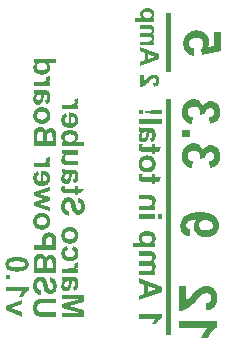
<source format=gbo>
G04*
G04 #@! TF.GenerationSoftware,Altium Limited,Altium NEXUS,2.1.5 (53)*
G04*
G04 Layer_Color=32896*
%FSLAX44Y44*%
%MOMM*%
G71*
G01*
G75*
G36*
X62134Y395260D02*
X55211D01*
X55561Y394935D01*
X55861Y394585D01*
X56111Y394235D01*
X56335Y393910D01*
X56535Y393560D01*
X56685Y393210D01*
X56810Y392886D01*
X56910Y392586D01*
X56985Y392311D01*
X57060Y392036D01*
X57110Y391811D01*
X57135Y391611D01*
X57160Y391436D01*
Y391211D01*
X57135Y390736D01*
X57085Y390286D01*
X56985Y389886D01*
X56860Y389486D01*
X56735Y389112D01*
X56585Y388762D01*
X56410Y388437D01*
X56235Y388137D01*
X56061Y387887D01*
X55886Y387662D01*
X55736Y387462D01*
X55611Y387287D01*
X55486Y387162D01*
X55386Y387062D01*
X55336Y387012D01*
X55311Y386987D01*
X54936Y386687D01*
X54561Y386437D01*
X54136Y386212D01*
X53686Y386037D01*
X53236Y385862D01*
X52786Y385737D01*
X51912Y385537D01*
X51512Y385488D01*
X51137Y385438D01*
X50787Y385387D01*
X50487Y385363D01*
X50262Y385337D01*
X50062D01*
X49962D01*
X49912D01*
X49287Y385363D01*
X48687Y385412D01*
X48113Y385488D01*
X47613Y385612D01*
X47113Y385737D01*
X46688Y385887D01*
X46263Y386037D01*
X45913Y386187D01*
X45588Y386337D01*
X45313Y386512D01*
X45063Y386637D01*
X44863Y386762D01*
X44713Y386887D01*
X44613Y386962D01*
X44538Y387012D01*
X44514Y387037D01*
X44164Y387362D01*
X43889Y387712D01*
X43614Y388037D01*
X43414Y388387D01*
X43214Y388737D01*
X43064Y389086D01*
X42939Y389412D01*
X42839Y389736D01*
X42739Y390011D01*
X42689Y390286D01*
X42639Y390536D01*
X42614Y390736D01*
Y390911D01*
X42589Y391036D01*
Y391136D01*
X42614Y391586D01*
X42689Y392011D01*
X42764Y392411D01*
X42889Y392761D01*
X42989Y393060D01*
X43064Y393285D01*
X43139Y393435D01*
X43164Y393485D01*
X43414Y393910D01*
X43689Y394285D01*
X43989Y394635D01*
X44289Y394935D01*
X44538Y395185D01*
X44738Y395360D01*
X44888Y395460D01*
X44913Y395510D01*
X42914D01*
Y398934D01*
X62134D01*
Y395260D01*
D02*
G37*
G36*
X56685Y384138D02*
X56860Y383713D01*
X56985Y383288D01*
X57085Y382913D01*
X57135Y382613D01*
X57160Y382363D01*
Y382138D01*
X57135Y381813D01*
X57085Y381513D01*
X57010Y381264D01*
X56935Y381014D01*
X56835Y380839D01*
X56760Y380689D01*
X56710Y380589D01*
X56685Y380564D01*
X56485Y380289D01*
X56210Y380014D01*
X55911Y379764D01*
X55586Y379514D01*
X55311Y379314D01*
X55061Y379139D01*
X54961Y379064D01*
X54886Y379039D01*
X54861Y378989D01*
X56835D01*
Y375565D01*
X42914D01*
Y379239D01*
X47213D01*
X47863D01*
X48438Y379264D01*
X48962D01*
X49437Y379289D01*
X49862Y379314D01*
X50237Y379339D01*
X50587Y379364D01*
X50862Y379389D01*
X51112Y379414D01*
X51337Y379439D01*
X51487Y379464D01*
X51637Y379489D01*
X51737Y379514D01*
X51812Y379539D01*
X51862D01*
X52262Y379664D01*
X52586Y379789D01*
X52836Y379939D01*
X53061Y380064D01*
X53211Y380189D01*
X53336Y380289D01*
X53386Y380339D01*
X53411Y380364D01*
X53561Y380589D01*
X53661Y380814D01*
X53761Y381039D01*
X53811Y381239D01*
X53836Y381438D01*
X53861Y381589D01*
Y381713D01*
X53836Y382013D01*
X53761Y382313D01*
X53661Y382613D01*
X53561Y382888D01*
X53436Y383113D01*
X53336Y383288D01*
X53261Y383388D01*
X53236Y383438D01*
X56460Y384588D01*
X56685Y384138D01*
D02*
G37*
G36*
X43264Y372716D02*
X43614Y372566D01*
X43939Y372466D01*
X44214Y372366D01*
X44439Y372291D01*
X44613Y372241D01*
X44713Y372216D01*
X44763D01*
X45138Y372166D01*
X45563Y372116D01*
X46013Y372091D01*
X46463Y372066D01*
X46863Y372041D01*
X47038D01*
X47188D01*
X47313D01*
X47413D01*
X47463D01*
X47488D01*
X51787Y372091D01*
X52211D01*
X52611Y372066D01*
X52986Y372041D01*
X53311Y372016D01*
X53611Y371966D01*
X53886Y371941D01*
X54136Y371891D01*
X54336Y371841D01*
X54511Y371791D01*
X54686Y371741D01*
X54811Y371716D01*
X54911Y371666D01*
X55036Y371616D01*
X55086Y371591D01*
X55411Y371366D01*
X55686Y371116D01*
X55960Y370841D01*
X56160Y370566D01*
X56335Y370291D01*
X56460Y370091D01*
X56535Y369941D01*
X56560Y369916D01*
Y369892D01*
X56660Y369641D01*
X56760Y369392D01*
X56910Y368817D01*
X57010Y368192D01*
X57085Y367617D01*
X57110Y367317D01*
X57135Y367067D01*
Y366817D01*
X57160Y366617D01*
Y365718D01*
X57110Y365268D01*
X57060Y364818D01*
X57010Y364418D01*
X56935Y364068D01*
X56835Y363718D01*
X56760Y363418D01*
X56660Y363143D01*
X56560Y362918D01*
X56485Y362693D01*
X56385Y362518D01*
X56311Y362368D01*
X56260Y362268D01*
X56210Y362193D01*
X56160Y362143D01*
Y362118D01*
X55761Y361644D01*
X55286Y361244D01*
X54786Y360894D01*
X54286Y360644D01*
X53861Y360444D01*
X53661Y360369D01*
X53486Y360294D01*
X53361Y360244D01*
X53261Y360219D01*
X53186Y360194D01*
X53161D01*
X52561Y363518D01*
X52911Y363643D01*
X53186Y363793D01*
X53436Y363943D01*
X53611Y364068D01*
X53761Y364193D01*
X53861Y364293D01*
X53911Y364368D01*
X53936Y364393D01*
X54061Y364618D01*
X54161Y364868D01*
X54236Y365118D01*
X54286Y365368D01*
X54311Y365593D01*
X54336Y365768D01*
Y365942D01*
X54311Y366442D01*
X54261Y366867D01*
X54186Y367217D01*
X54111Y367467D01*
X54011Y367667D01*
X53936Y367817D01*
X53886Y367892D01*
X53861Y367917D01*
X53661Y368092D01*
X53436Y368242D01*
X53186Y368342D01*
X52911Y368392D01*
X52686Y368442D01*
X52486Y368467D01*
X52361D01*
X52337D01*
X52312D01*
X51962D01*
X51887Y368267D01*
X51812Y368017D01*
X51712Y367767D01*
X51637Y367492D01*
X51487Y366892D01*
X51337Y366292D01*
X51212Y365742D01*
X51162Y365493D01*
X51112Y365293D01*
X51087Y365118D01*
X51062Y364993D01*
X51037Y364893D01*
Y364868D01*
X50912Y364193D01*
X50762Y363618D01*
X50612Y363118D01*
X50487Y362693D01*
X50362Y362368D01*
X50262Y362143D01*
X50212Y361993D01*
X50187Y361944D01*
X49987Y361594D01*
X49762Y361269D01*
X49537Y361019D01*
X49312Y360794D01*
X49112Y360594D01*
X48937Y360469D01*
X48837Y360394D01*
X48787Y360369D01*
X48438Y360194D01*
X48063Y360044D01*
X47713Y359944D01*
X47388Y359894D01*
X47113Y359844D01*
X46888Y359819D01*
X46738D01*
X46713D01*
X46688D01*
X46363Y359844D01*
X46063Y359869D01*
X45488Y360019D01*
X44963Y360219D01*
X44538Y360444D01*
X44214Y360669D01*
X43939Y360844D01*
X43864Y360944D01*
X43789Y360994D01*
X43764Y361019D01*
X43739Y361044D01*
X43539Y361294D01*
X43364Y361544D01*
X43064Y362094D01*
X42864Y362668D01*
X42739Y363218D01*
X42639Y363693D01*
X42614Y363918D01*
Y364093D01*
X42589Y364243D01*
Y364443D01*
X42614Y364893D01*
X42664Y365318D01*
X42739Y365692D01*
X42814Y366042D01*
X42889Y366317D01*
X42964Y366542D01*
X43014Y366667D01*
X43039Y366717D01*
X43239Y367117D01*
X43439Y367492D01*
X43664Y367842D01*
X43889Y368142D01*
X44089Y368392D01*
X44264Y368567D01*
X44363Y368692D01*
X44413Y368742D01*
X44314Y368792D01*
X44164Y368817D01*
X44039Y368867D01*
X44014D01*
X43989D01*
X43739Y368942D01*
X43514Y369017D01*
X43339Y369092D01*
X43189Y369142D01*
X43064Y369192D01*
X42989Y369217D01*
X42939Y369242D01*
X42914D01*
Y372891D01*
X43264Y372716D01*
D02*
G37*
G36*
X80449Y364768D02*
X80624Y364343D01*
X80749Y363918D01*
X80849Y363543D01*
X80899Y363243D01*
X80924Y362993D01*
Y362768D01*
X80899Y362443D01*
X80849Y362143D01*
X80774Y361894D01*
X80699Y361644D01*
X80599Y361469D01*
X80524Y361319D01*
X80474Y361219D01*
X80449Y361194D01*
X80249Y360919D01*
X79974Y360644D01*
X79675Y360394D01*
X79349Y360144D01*
X79075Y359944D01*
X78825Y359769D01*
X78725Y359694D01*
X78650Y359669D01*
X78625Y359619D01*
X80599D01*
Y356195D01*
X66678D01*
Y359869D01*
X70977D01*
X71627D01*
X72201Y359894D01*
X72726D01*
X73201Y359919D01*
X73626Y359944D01*
X74001Y359969D01*
X74351Y359994D01*
X74626Y360019D01*
X74876Y360044D01*
X75101Y360069D01*
X75251Y360094D01*
X75401Y360119D01*
X75500Y360144D01*
X75575Y360169D01*
X75626D01*
X76025Y360294D01*
X76350Y360419D01*
X76600Y360569D01*
X76825Y360694D01*
X76975Y360819D01*
X77100Y360919D01*
X77150Y360969D01*
X77175Y360994D01*
X77325Y361219D01*
X77425Y361444D01*
X77525Y361669D01*
X77575Y361869D01*
X77600Y362068D01*
X77625Y362218D01*
Y362343D01*
X77600Y362643D01*
X77525Y362943D01*
X77425Y363243D01*
X77325Y363518D01*
X77200Y363743D01*
X77100Y363918D01*
X77025Y364018D01*
X77000Y364068D01*
X80224Y365218D01*
X80449Y364768D01*
D02*
G37*
G36*
X74051Y353296D02*
X74726Y353221D01*
X75351Y353121D01*
X75900Y352971D01*
X76425Y352846D01*
X76875Y352671D01*
X77300Y352521D01*
X77675Y352346D01*
X77975Y352196D01*
X78250Y352046D01*
X78475Y351896D01*
X78625Y351796D01*
X78750Y351696D01*
X78825Y351646D01*
X78850Y351621D01*
X79225Y351271D01*
X79524Y350896D01*
X79824Y350496D01*
X80049Y350097D01*
X80249Y349697D01*
X80424Y349272D01*
X80549Y348872D01*
X80674Y348497D01*
X80749Y348122D01*
X80824Y347797D01*
X80849Y347497D01*
X80899Y347247D01*
Y347022D01*
X80924Y346872D01*
Y346722D01*
X80899Y346222D01*
X80849Y345723D01*
X80749Y345273D01*
X80624Y344848D01*
X80474Y344423D01*
X80299Y344048D01*
X80124Y343723D01*
X79949Y343398D01*
X79749Y343123D01*
X79574Y342873D01*
X79399Y342648D01*
X79250Y342473D01*
X79125Y342323D01*
X79025Y342224D01*
X78975Y342174D01*
X78950Y342149D01*
X78575Y341824D01*
X78150Y341549D01*
X77725Y341324D01*
X77275Y341099D01*
X76825Y340924D01*
X76375Y340799D01*
X75925Y340674D01*
X75500Y340574D01*
X75101Y340499D01*
X74726Y340449D01*
X74376Y340399D01*
X74101Y340374D01*
X73851D01*
X73676Y340349D01*
X73576D01*
X73526D01*
X73001Y340374D01*
X72476Y340399D01*
X72001Y340474D01*
X71551Y340574D01*
X71127Y340674D01*
X70727Y340774D01*
X70377Y340899D01*
X70052Y341049D01*
X69752Y341174D01*
X69477Y341299D01*
X69252Y341399D01*
X69077Y341499D01*
X68927Y341599D01*
X68827Y341674D01*
X68752Y341699D01*
X68727Y341724D01*
X68302Y342074D01*
X67952Y342449D01*
X67628Y342848D01*
X67353Y343298D01*
X67128Y343723D01*
X66928Y344173D01*
X66778Y344623D01*
X66653Y345048D01*
X66553Y345448D01*
X66478Y345848D01*
X66428Y346172D01*
X66403Y346473D01*
X66378Y346722D01*
X66353Y346922D01*
Y347072D01*
X66403Y347897D01*
X66528Y348647D01*
X66678Y349297D01*
X66778Y349572D01*
X66878Y349847D01*
X66978Y350097D01*
X67078Y350297D01*
X67153Y350471D01*
X67228Y350621D01*
X67303Y350746D01*
X67353Y350821D01*
X67403Y350871D01*
Y350896D01*
X67828Y351421D01*
X68327Y351896D01*
X68827Y352271D01*
X69327Y352596D01*
X69777Y352846D01*
X69977Y352921D01*
X70152Y353021D01*
X70277Y353071D01*
X70377Y353121D01*
X70452Y353146D01*
X70477D01*
X71102Y349472D01*
X70727Y349347D01*
X70402Y349197D01*
X70152Y349047D01*
X69927Y348897D01*
X69752Y348747D01*
X69652Y348647D01*
X69577Y348572D01*
X69552Y348547D01*
X69402Y348322D01*
X69302Y348072D01*
X69202Y347847D01*
X69152Y347622D01*
X69127Y347422D01*
X69102Y347272D01*
Y347122D01*
X69152Y346672D01*
X69252Y346247D01*
X69377Y345898D01*
X69552Y345573D01*
X69727Y345323D01*
X69852Y345148D01*
X69952Y345048D01*
X70002Y344998D01*
X70377Y344723D01*
X70802Y344498D01*
X71227Y344348D01*
X71627Y344248D01*
X72001Y344173D01*
X72301Y344148D01*
X72426Y344123D01*
X72501D01*
X72551D01*
X72576D01*
Y353346D01*
X73351D01*
X74051Y353296D01*
D02*
G37*
G36*
X50487Y357895D02*
X51037Y357845D01*
X51562Y357745D01*
X52036Y357595D01*
X52486Y357445D01*
X52911Y357270D01*
X53311Y357095D01*
X53661Y356920D01*
X53986Y356720D01*
X54261Y356545D01*
X54511Y356370D01*
X54711Y356220D01*
X54886Y356095D01*
X54986Y355995D01*
X55061Y355920D01*
X55086Y355895D01*
X55461Y355495D01*
X55761Y355095D01*
X56061Y354670D01*
X56286Y354221D01*
X56485Y353796D01*
X56660Y353371D01*
X56785Y352946D01*
X56910Y352546D01*
X56985Y352146D01*
X57060Y351796D01*
X57085Y351496D01*
X57135Y351221D01*
Y350996D01*
X57160Y350846D01*
Y350696D01*
X57110Y349947D01*
X57010Y349272D01*
X56860Y348647D01*
X56710Y348097D01*
X56610Y347847D01*
X56535Y347647D01*
X56460Y347447D01*
X56385Y347297D01*
X56311Y347172D01*
X56286Y347072D01*
X56235Y347022D01*
Y346997D01*
X55861Y346423D01*
X55436Y345898D01*
X55011Y345473D01*
X54586Y345098D01*
X54211Y344823D01*
X54036Y344698D01*
X53886Y344623D01*
X53786Y344548D01*
X53686Y344498D01*
X53636Y344448D01*
X53611D01*
X52961Y344148D01*
X52337Y343923D01*
X51737Y343773D01*
X51187Y343673D01*
X50962Y343623D01*
X50737Y343598D01*
X50537Y343573D01*
X50387D01*
X50237Y343548D01*
X50137D01*
X50087D01*
X50062D01*
X49187Y343598D01*
X48412Y343698D01*
X48063Y343748D01*
X47713Y343823D01*
X47413Y343923D01*
X47138Y343998D01*
X46863Y344073D01*
X46638Y344173D01*
X46463Y344248D01*
X46288Y344298D01*
X46163Y344373D01*
X46063Y344398D01*
X46013Y344448D01*
X45988D01*
X45388Y344823D01*
X44888Y345248D01*
X44439Y345673D01*
X44089Y346098D01*
X43814Y346473D01*
X43689Y346647D01*
X43614Y346797D01*
X43539Y346897D01*
X43489Y346997D01*
X43439Y347047D01*
Y347072D01*
X43164Y347722D01*
X42939Y348397D01*
X42789Y348997D01*
X42689Y349572D01*
X42664Y349822D01*
X42639Y350047D01*
X42614Y350247D01*
Y350421D01*
X42589Y350546D01*
Y350746D01*
X42614Y351321D01*
X42689Y351846D01*
X42789Y352371D01*
X42914Y352846D01*
X43064Y353296D01*
X43239Y353721D01*
X43439Y354095D01*
X43639Y354470D01*
X43814Y354770D01*
X44014Y355070D01*
X44189Y355295D01*
X44338Y355495D01*
X44464Y355670D01*
X44563Y355770D01*
X44638Y355845D01*
X44663Y355870D01*
X45063Y356220D01*
X45488Y356545D01*
X45913Y356820D01*
X46363Y357045D01*
X46813Y357245D01*
X47238Y357420D01*
X47663Y357545D01*
X48063Y357670D01*
X48438Y357745D01*
X48787Y357820D01*
X49112Y357869D01*
X49387Y357895D01*
X49612D01*
X49762Y357920D01*
X49887D01*
X49912D01*
X50487Y357895D01*
D02*
G37*
G36*
X49062Y341099D02*
X49612Y340999D01*
X50112Y340849D01*
X50537Y340674D01*
X50887Y340499D01*
X51137Y340349D01*
X51237Y340299D01*
X51312Y340249D01*
X51337Y340199D01*
X51362D01*
X51787Y339799D01*
X52161Y339374D01*
X52461Y338924D01*
X52686Y338499D01*
X52886Y338100D01*
X52961Y337925D01*
X53011Y337800D01*
X53061Y337675D01*
X53086Y337575D01*
X53111Y337525D01*
Y337500D01*
X53361Y337950D01*
X53611Y338325D01*
X53911Y338675D01*
X54186Y338949D01*
X54436Y339174D01*
X54636Y339349D01*
X54761Y339449D01*
X54811Y339474D01*
X55236Y339724D01*
X55661Y339899D01*
X56086Y340024D01*
X56460Y340099D01*
X56810Y340174D01*
X57060Y340199D01*
X57160D01*
X57235D01*
X57260D01*
X57285D01*
X57735Y340174D01*
X58160Y340099D01*
X58535Y339999D01*
X58885Y339899D01*
X59160Y339799D01*
X59360Y339699D01*
X59485Y339624D01*
X59535Y339599D01*
X59885Y339374D01*
X60209Y339124D01*
X60484Y338874D01*
X60709Y338649D01*
X60884Y338424D01*
X61034Y338275D01*
X61109Y338175D01*
X61134Y338125D01*
X61334Y337800D01*
X61509Y337450D01*
X61659Y337100D01*
X61759Y336800D01*
X61834Y336525D01*
X61884Y336325D01*
X61934Y336175D01*
Y336125D01*
X61959Y335900D01*
X62009Y335650D01*
X62059Y335125D01*
X62084Y334551D01*
X62109Y334001D01*
X62134Y333501D01*
Y325053D01*
X42914D01*
Y332251D01*
X42939Y332851D01*
Y333876D01*
X42964Y334301D01*
Y335025D01*
X42989Y335300D01*
Y335550D01*
X43014Y335750D01*
Y336050D01*
X43039Y336150D01*
Y336250D01*
X43139Y336800D01*
X43264Y337300D01*
X43389Y337750D01*
X43564Y338125D01*
X43689Y338424D01*
X43814Y338675D01*
X43914Y338799D01*
X43939Y338849D01*
X44239Y339224D01*
X44563Y339574D01*
X44888Y339849D01*
X45213Y340099D01*
X45488Y340274D01*
X45713Y340424D01*
X45863Y340499D01*
X45888Y340524D01*
X45913D01*
X46388Y340724D01*
X46838Y340874D01*
X47263Y340999D01*
X47663Y341074D01*
X47988Y341124D01*
X48238Y341149D01*
X48337D01*
X48412D01*
X48438D01*
X48463D01*
X49062Y341099D01*
D02*
G37*
G36*
X74401Y338450D02*
X75001Y338400D01*
X75550Y338325D01*
X76050Y338225D01*
X76525Y338075D01*
X76975Y337950D01*
X77375Y337800D01*
X77725Y337650D01*
X78025Y337475D01*
X78300Y337325D01*
X78550Y337200D01*
X78725Y337075D01*
X78875Y336950D01*
X79000Y336875D01*
X79050Y336825D01*
X79075Y336800D01*
X79399Y336475D01*
X79675Y336150D01*
X79924Y335800D01*
X80149Y335425D01*
X80324Y335075D01*
X80474Y334725D01*
X80599Y334376D01*
X80699Y334051D01*
X80774Y333751D01*
X80824Y333476D01*
X80874Y333226D01*
X80899Y333001D01*
X80924Y332826D01*
Y332576D01*
X80899Y332151D01*
X80849Y331726D01*
X80749Y331351D01*
X80624Y330976D01*
X80299Y330277D01*
X80124Y329977D01*
X79949Y329702D01*
X79774Y329427D01*
X79599Y329202D01*
X79425Y329027D01*
X79275Y328852D01*
X79150Y328727D01*
X79050Y328627D01*
X79000Y328577D01*
X78975Y328552D01*
X85898D01*
Y324878D01*
X66678D01*
Y328302D01*
X68702D01*
X68302Y328627D01*
X67952Y328952D01*
X67653Y329302D01*
X67403Y329602D01*
X67203Y329877D01*
X67078Y330077D01*
X66978Y330227D01*
X66953Y330277D01*
X66753Y330727D01*
X66603Y331151D01*
X66503Y331551D01*
X66428Y331901D01*
X66378Y332201D01*
X66353Y332451D01*
Y332651D01*
X66378Y333101D01*
X66428Y333526D01*
X66528Y333926D01*
X66653Y334326D01*
X66803Y334675D01*
X66953Y335025D01*
X67128Y335325D01*
X67328Y335625D01*
X67503Y335875D01*
X67677Y336100D01*
X67828Y336300D01*
X67977Y336475D01*
X68102Y336600D01*
X68202Y336700D01*
X68252Y336750D01*
X68277Y336775D01*
X68652Y337075D01*
X69077Y337325D01*
X69502Y337575D01*
X69952Y337750D01*
X70402Y337925D01*
X70852Y338050D01*
X71751Y338275D01*
X72151Y338325D01*
X72551Y338374D01*
X72901Y338424D01*
X73176Y338450D01*
X73426Y338475D01*
X73626D01*
X73726D01*
X73776D01*
X74401Y338450D01*
D02*
G37*
G36*
X80599Y317530D02*
X74726D01*
X74201D01*
X73701D01*
X73276Y317505D01*
X72876Y317480D01*
X72526Y317455D01*
X72226D01*
X71951Y317430D01*
X71726Y317405D01*
X71527Y317380D01*
X71352Y317355D01*
X71227Y317330D01*
X71127Y317305D01*
X71052Y317280D01*
X71002D01*
X70952Y317255D01*
X70677Y317130D01*
X70427Y316980D01*
X70227Y316805D01*
X70027Y316630D01*
X69877Y316480D01*
X69777Y316355D01*
X69702Y316255D01*
X69677Y316230D01*
X69502Y315930D01*
X69377Y315655D01*
X69302Y315355D01*
X69252Y315105D01*
X69202Y314881D01*
X69177Y314681D01*
Y314531D01*
X69202Y314256D01*
X69227Y313981D01*
X69302Y313756D01*
X69377Y313556D01*
X69427Y313406D01*
X69502Y313281D01*
X69527Y313206D01*
X69552Y313181D01*
X69702Y313006D01*
X69877Y312856D01*
X70052Y312731D01*
X70202Y312631D01*
X70352Y312556D01*
X70477Y312506D01*
X70552Y312456D01*
X70577D01*
X70727Y312431D01*
X70927Y312381D01*
X71152Y312356D01*
X71427Y312331D01*
X72026Y312306D01*
X72651Y312281D01*
X73226Y312256D01*
X73501D01*
X73726D01*
X73926D01*
X74076D01*
X74176D01*
X74201D01*
X80599D01*
Y308582D01*
X71776D01*
X71077Y308607D01*
X70452Y308657D01*
X69927Y308732D01*
X69477Y308832D01*
X69127Y308907D01*
X68877Y308982D01*
X68802Y309007D01*
X68727Y309032D01*
X68702Y309057D01*
X68677D01*
X68277Y309282D01*
X67952Y309507D01*
X67653Y309782D01*
X67403Y310057D01*
X67203Y310282D01*
X67078Y310482D01*
X66978Y310607D01*
X66953Y310657D01*
X66753Y311082D01*
X66603Y311531D01*
X66503Y311956D01*
X66428Y312331D01*
X66378Y312681D01*
X66353Y312956D01*
Y313181D01*
X66378Y313681D01*
X66453Y314156D01*
X66553Y314606D01*
X66678Y315005D01*
X66778Y315330D01*
X66878Y315580D01*
X66928Y315655D01*
X66953Y315730D01*
X66978Y315755D01*
Y315780D01*
X67253Y316230D01*
X67528Y316605D01*
X67828Y316955D01*
X68102Y317230D01*
X68352Y317480D01*
X68577Y317630D01*
X68702Y317755D01*
X68752Y317780D01*
X66678D01*
Y321204D01*
X80599D01*
Y317530D01*
D02*
G37*
G36*
X56685Y315530D02*
X56860Y315105D01*
X56985Y314681D01*
X57085Y314306D01*
X57135Y314006D01*
X57160Y313756D01*
Y313531D01*
X57135Y313206D01*
X57085Y312906D01*
X57010Y312656D01*
X56935Y312406D01*
X56835Y312231D01*
X56760Y312081D01*
X56710Y311981D01*
X56685Y311956D01*
X56485Y311681D01*
X56210Y311406D01*
X55911Y311157D01*
X55586Y310907D01*
X55311Y310707D01*
X55061Y310532D01*
X54961Y310457D01*
X54886Y310432D01*
X54861Y310382D01*
X56835D01*
Y306958D01*
X42914D01*
Y310632D01*
X47213D01*
X47863D01*
X48438Y310657D01*
X48962D01*
X49437Y310682D01*
X49862Y310707D01*
X50237Y310732D01*
X50587Y310757D01*
X50862Y310782D01*
X51112Y310807D01*
X51337Y310832D01*
X51487Y310857D01*
X51637Y310882D01*
X51737Y310907D01*
X51812Y310932D01*
X51862D01*
X52262Y311056D01*
X52586Y311182D01*
X52836Y311332D01*
X53061Y311456D01*
X53211Y311581D01*
X53336Y311681D01*
X53386Y311731D01*
X53411Y311756D01*
X53561Y311981D01*
X53661Y312206D01*
X53761Y312431D01*
X53811Y312631D01*
X53836Y312831D01*
X53861Y312981D01*
Y313106D01*
X53836Y313406D01*
X53761Y313706D01*
X53661Y314006D01*
X53561Y314281D01*
X53436Y314506D01*
X53336Y314681D01*
X53261Y314781D01*
X53236Y314831D01*
X56460Y315980D01*
X56685Y315530D01*
D02*
G37*
G36*
X50287Y304058D02*
X50962Y303983D01*
X51587Y303883D01*
X52137Y303733D01*
X52661Y303608D01*
X53111Y303433D01*
X53536Y303284D01*
X53911Y303109D01*
X54211Y302959D01*
X54486Y302809D01*
X54711Y302659D01*
X54861Y302559D01*
X54986Y302459D01*
X55061Y302409D01*
X55086Y302384D01*
X55461Y302034D01*
X55761Y301659D01*
X56061Y301259D01*
X56286Y300859D01*
X56485Y300459D01*
X56660Y300034D01*
X56785Y299634D01*
X56910Y299259D01*
X56985Y298885D01*
X57060Y298560D01*
X57085Y298260D01*
X57135Y298010D01*
Y297785D01*
X57160Y297635D01*
Y297485D01*
X57135Y296985D01*
X57085Y296485D01*
X56985Y296035D01*
X56860Y295611D01*
X56710Y295186D01*
X56535Y294811D01*
X56360Y294486D01*
X56185Y294161D01*
X55985Y293886D01*
X55811Y293636D01*
X55636Y293411D01*
X55486Y293236D01*
X55361Y293086D01*
X55261Y292986D01*
X55211Y292936D01*
X55186Y292911D01*
X54811Y292586D01*
X54386Y292311D01*
X53961Y292086D01*
X53511Y291861D01*
X53061Y291686D01*
X52611Y291562D01*
X52161Y291437D01*
X51737Y291337D01*
X51337Y291262D01*
X50962Y291212D01*
X50612Y291162D01*
X50337Y291137D01*
X50087D01*
X49912Y291112D01*
X49812D01*
X49762D01*
X49237Y291137D01*
X48712Y291162D01*
X48238Y291237D01*
X47788Y291337D01*
X47363Y291437D01*
X46963Y291537D01*
X46613Y291661D01*
X46288Y291812D01*
X45988Y291936D01*
X45713Y292061D01*
X45488Y292161D01*
X45313Y292261D01*
X45163Y292361D01*
X45063Y292436D01*
X44988Y292461D01*
X44963Y292486D01*
X44538Y292836D01*
X44189Y293211D01*
X43864Y293611D01*
X43589Y294061D01*
X43364Y294486D01*
X43164Y294936D01*
X43014Y295385D01*
X42889Y295810D01*
X42789Y296210D01*
X42714Y296610D01*
X42664Y296935D01*
X42639Y297235D01*
X42614Y297485D01*
X42589Y297685D01*
Y297835D01*
X42639Y298660D01*
X42764Y299410D01*
X42914Y300059D01*
X43014Y300334D01*
X43114Y300609D01*
X43214Y300859D01*
X43314Y301059D01*
X43389Y301234D01*
X43464Y301384D01*
X43539Y301509D01*
X43589Y301584D01*
X43639Y301634D01*
Y301659D01*
X44064Y302184D01*
X44563Y302659D01*
X45063Y303034D01*
X45563Y303358D01*
X46013Y303608D01*
X46213Y303683D01*
X46388Y303783D01*
X46513Y303833D01*
X46613Y303883D01*
X46688Y303908D01*
X46713D01*
X47338Y300234D01*
X46963Y300109D01*
X46638Y299959D01*
X46388Y299809D01*
X46163Y299659D01*
X45988Y299510D01*
X45888Y299410D01*
X45813Y299335D01*
X45788Y299310D01*
X45638Y299085D01*
X45538Y298835D01*
X45438Y298610D01*
X45388Y298385D01*
X45363Y298185D01*
X45338Y298035D01*
Y297885D01*
X45388Y297435D01*
X45488Y297010D01*
X45613Y296660D01*
X45788Y296335D01*
X45963Y296085D01*
X46088Y295910D01*
X46188Y295810D01*
X46238Y295760D01*
X46613Y295485D01*
X47038Y295261D01*
X47463Y295111D01*
X47863Y295011D01*
X48238Y294936D01*
X48537Y294911D01*
X48662Y294886D01*
X48737D01*
X48787D01*
X48812D01*
Y304108D01*
X49587D01*
X50287Y304058D01*
D02*
G37*
G36*
X67028Y305633D02*
X67378Y305483D01*
X67702Y305383D01*
X67977Y305283D01*
X68202Y305208D01*
X68377Y305158D01*
X68477Y305133D01*
X68527D01*
X68902Y305083D01*
X69327Y305033D01*
X69777Y305008D01*
X70227Y304983D01*
X70627Y304958D01*
X70802D01*
X70952D01*
X71077D01*
X71177D01*
X71227D01*
X71252D01*
X75550Y305008D01*
X75975D01*
X76375Y304983D01*
X76750Y304958D01*
X77075Y304933D01*
X77375Y304883D01*
X77650Y304858D01*
X77900Y304808D01*
X78100Y304758D01*
X78275Y304708D01*
X78450Y304658D01*
X78575Y304633D01*
X78675Y304583D01*
X78800Y304533D01*
X78850Y304508D01*
X79175Y304283D01*
X79450Y304033D01*
X79724Y303758D01*
X79924Y303484D01*
X80099Y303209D01*
X80224Y303009D01*
X80299Y302859D01*
X80324Y302834D01*
Y302809D01*
X80424Y302559D01*
X80524Y302309D01*
X80674Y301734D01*
X80774Y301109D01*
X80849Y300534D01*
X80874Y300234D01*
X80899Y299984D01*
Y299734D01*
X80924Y299534D01*
Y298635D01*
X80874Y298185D01*
X80824Y297735D01*
X80774Y297335D01*
X80699Y296985D01*
X80599Y296635D01*
X80524Y296335D01*
X80424Y296060D01*
X80324Y295835D01*
X80249Y295611D01*
X80149Y295436D01*
X80074Y295286D01*
X80024Y295186D01*
X79974Y295111D01*
X79924Y295061D01*
Y295036D01*
X79524Y294561D01*
X79050Y294161D01*
X78550Y293811D01*
X78050Y293561D01*
X77625Y293361D01*
X77425Y293286D01*
X77250Y293211D01*
X77125Y293161D01*
X77025Y293136D01*
X76950Y293111D01*
X76925D01*
X76325Y296435D01*
X76675Y296560D01*
X76950Y296710D01*
X77200Y296860D01*
X77375Y296985D01*
X77525Y297110D01*
X77625Y297210D01*
X77675Y297285D01*
X77700Y297310D01*
X77825Y297535D01*
X77925Y297785D01*
X78000Y298035D01*
X78050Y298285D01*
X78075Y298510D01*
X78100Y298685D01*
Y298860D01*
X78075Y299359D01*
X78025Y299784D01*
X77950Y300134D01*
X77875Y300384D01*
X77775Y300584D01*
X77700Y300734D01*
X77650Y300809D01*
X77625Y300834D01*
X77425Y301009D01*
X77200Y301159D01*
X76950Y301259D01*
X76675Y301309D01*
X76450Y301359D01*
X76250Y301384D01*
X76125D01*
X76100D01*
X76075D01*
X75725D01*
X75651Y301184D01*
X75575Y300934D01*
X75476Y300684D01*
X75401Y300409D01*
X75251Y299809D01*
X75101Y299210D01*
X74976Y298660D01*
X74926Y298410D01*
X74876Y298210D01*
X74851Y298035D01*
X74826Y297910D01*
X74801Y297810D01*
Y297785D01*
X74676Y297110D01*
X74526Y296535D01*
X74376Y296035D01*
X74251Y295611D01*
X74126Y295286D01*
X74026Y295061D01*
X73976Y294911D01*
X73951Y294861D01*
X73751Y294511D01*
X73526Y294186D01*
X73301Y293936D01*
X73076Y293711D01*
X72876Y293511D01*
X72701Y293386D01*
X72601Y293311D01*
X72551Y293286D01*
X72201Y293111D01*
X71827Y292961D01*
X71477Y292861D01*
X71152Y292811D01*
X70877Y292761D01*
X70652Y292736D01*
X70502D01*
X70477D01*
X70452D01*
X70127Y292761D01*
X69827Y292786D01*
X69252Y292936D01*
X68727Y293136D01*
X68302Y293361D01*
X67977Y293586D01*
X67702Y293761D01*
X67628Y293861D01*
X67553Y293911D01*
X67528Y293936D01*
X67503Y293961D01*
X67303Y294211D01*
X67128Y294461D01*
X66828Y295011D01*
X66628Y295585D01*
X66503Y296135D01*
X66403Y296610D01*
X66378Y296835D01*
Y297010D01*
X66353Y297160D01*
Y297360D01*
X66378Y297810D01*
X66428Y298235D01*
X66503Y298610D01*
X66578Y298960D01*
X66653Y299235D01*
X66728Y299459D01*
X66778Y299585D01*
X66803Y299634D01*
X67003Y300034D01*
X67203Y300409D01*
X67428Y300759D01*
X67653Y301059D01*
X67853Y301309D01*
X68027Y301484D01*
X68127Y301609D01*
X68177Y301659D01*
X68077Y301709D01*
X67927Y301734D01*
X67803Y301784D01*
X67778D01*
X67752D01*
X67503Y301859D01*
X67278Y301934D01*
X67103Y302009D01*
X66953Y302059D01*
X66828Y302109D01*
X66753Y302134D01*
X66703Y302159D01*
X66678D01*
Y305808D01*
X67028Y305633D01*
D02*
G37*
G36*
X69752Y291112D02*
X69627Y290762D01*
X69552Y290462D01*
X69477Y290212D01*
X69452Y290012D01*
X69427Y289837D01*
X69402Y289737D01*
Y289637D01*
X69427Y289387D01*
X69502Y289162D01*
X69552Y289037D01*
X69577Y289012D01*
Y288987D01*
X69727Y288837D01*
X69877Y288737D01*
X69977Y288687D01*
X70027Y288662D01*
X70102D01*
X70202Y288637D01*
X70477D01*
X70802D01*
X71152Y288612D01*
X71477D01*
X71751D01*
X71877D01*
X71951D01*
X72001D01*
X72026D01*
X77675D01*
Y291137D01*
X80599D01*
Y288612D01*
X85548D01*
X83373Y284938D01*
X80599D01*
Y283239D01*
X77675D01*
Y284938D01*
X71576D01*
X71227D01*
X70902D01*
X70602D01*
X70352Y284963D01*
X70102D01*
X69902D01*
X69552Y284988D01*
X69277Y285013D01*
X69102D01*
X69002Y285038D01*
X68977D01*
X68652Y285113D01*
X68377Y285188D01*
X68127Y285263D01*
X67927Y285363D01*
X67752Y285438D01*
X67628Y285513D01*
X67553Y285538D01*
X67528Y285563D01*
X67353Y285713D01*
X67178Y285913D01*
X66903Y286288D01*
X66803Y286463D01*
X66728Y286613D01*
X66703Y286713D01*
X66678Y286738D01*
X66578Y287038D01*
X66503Y287363D01*
X66428Y287663D01*
X66403Y287937D01*
X66378Y288162D01*
X66353Y288337D01*
Y288512D01*
X66378Y289112D01*
X66428Y289662D01*
X66528Y290162D01*
X66628Y290587D01*
X66703Y290937D01*
X66803Y291212D01*
X66828Y291312D01*
X66853Y291387D01*
X66878Y291412D01*
Y291437D01*
X69752Y291112D01*
D02*
G37*
G36*
X56835Y286613D02*
X47688Y283964D01*
X56835Y281639D01*
Y278090D01*
X47688Y275691D01*
X56835Y273091D01*
Y269517D01*
X42914Y273916D01*
Y277490D01*
X51862Y279839D01*
X42914Y282239D01*
Y285788D01*
X56835Y290262D01*
Y286613D01*
D02*
G37*
G36*
X72926Y281489D02*
X73526Y281389D01*
X74051Y281264D01*
X74476Y281139D01*
X74851Y280989D01*
X74976Y280914D01*
X75101Y280864D01*
X75201Y280814D01*
X75276Y280764D01*
X75301Y280739D01*
X75326D01*
X75775Y280414D01*
X76150Y280089D01*
X76500Y279739D01*
X76775Y279390D01*
X77000Y279090D01*
X77175Y278840D01*
X77225Y278740D01*
X77275Y278665D01*
X77300Y278640D01*
Y278615D01*
X77425Y278340D01*
X77575Y278040D01*
X77825Y277390D01*
X78050Y276690D01*
X78275Y276015D01*
X78375Y275716D01*
X78450Y275416D01*
X78525Y275141D01*
X78575Y274916D01*
X78625Y274716D01*
X78675Y274566D01*
X78700Y274466D01*
Y274441D01*
X78825Y273941D01*
X78950Y273466D01*
X79075Y273066D01*
X79175Y272691D01*
X79300Y272366D01*
X79399Y272066D01*
X79500Y271817D01*
X79599Y271617D01*
X79675Y271417D01*
X79749Y271267D01*
X79824Y271142D01*
X79874Y271042D01*
X79924Y270967D01*
X79949Y270917D01*
X79974Y270892D01*
X80174Y270692D01*
X80374Y270567D01*
X80574Y270467D01*
X80749Y270392D01*
X80899Y270342D01*
X81049Y270317D01*
X81124D01*
X81149D01*
X81424Y270342D01*
X81649Y270417D01*
X81849Y270517D01*
X82024Y270617D01*
X82174Y270717D01*
X82274Y270817D01*
X82324Y270892D01*
X82349Y270917D01*
X82574Y271292D01*
X82749Y271742D01*
X82874Y272167D01*
X82974Y272591D01*
X83024Y272991D01*
Y273141D01*
X83049Y273291D01*
Y273566D01*
X83024Y274141D01*
X82949Y274641D01*
X82849Y275066D01*
X82724Y275391D01*
X82599Y275666D01*
X82499Y275865D01*
X82424Y275965D01*
X82399Y276015D01*
X82124Y276290D01*
X81799Y276540D01*
X81449Y276715D01*
X81099Y276865D01*
X80774Y276965D01*
X80524Y277040D01*
X80424Y277065D01*
X80349Y277090D01*
X80299D01*
X80274D01*
X80424Y280964D01*
X80899Y280939D01*
X81374Y280864D01*
X81799Y280739D01*
X82199Y280614D01*
X82574Y280464D01*
X82924Y280314D01*
X83249Y280139D01*
X83524Y279965D01*
X83798Y279790D01*
X84023Y279615D01*
X84198Y279465D01*
X84373Y279340D01*
X84498Y279215D01*
X84573Y279115D01*
X84623Y279065D01*
X84648Y279040D01*
X84923Y278690D01*
X85173Y278290D01*
X85398Y277865D01*
X85573Y277415D01*
X85723Y276965D01*
X85848Y276515D01*
X86048Y275641D01*
X86123Y275216D01*
X86173Y274841D01*
X86198Y274491D01*
X86223Y274191D01*
X86248Y273941D01*
Y273591D01*
X86223Y272791D01*
X86148Y272066D01*
X86023Y271442D01*
X85973Y271142D01*
X85923Y270892D01*
X85848Y270642D01*
X85798Y270442D01*
X85723Y270242D01*
X85673Y270092D01*
X85648Y269967D01*
X85598Y269892D01*
X85573Y269842D01*
Y269817D01*
X85298Y269267D01*
X84973Y268792D01*
X84648Y268393D01*
X84323Y268043D01*
X84048Y267793D01*
X83823Y267593D01*
X83648Y267493D01*
X83624Y267443D01*
X83598D01*
X83124Y267168D01*
X82624Y266968D01*
X82174Y266818D01*
X81749Y266718D01*
X81399Y266668D01*
X81124Y266643D01*
X81024Y266618D01*
X80949D01*
X80899D01*
X80874D01*
X80449Y266643D01*
X80049Y266693D01*
X79650Y266768D01*
X79300Y266893D01*
X78625Y267168D01*
X78325Y267343D01*
X78075Y267493D01*
X77825Y267668D01*
X77600Y267818D01*
X77425Y267968D01*
X77250Y268092D01*
X77150Y268218D01*
X77050Y268293D01*
X77000Y268342D01*
X76975Y268368D01*
X76775Y268617D01*
X76575Y268917D01*
X76375Y269242D01*
X76200Y269567D01*
X75875Y270292D01*
X75601Y271017D01*
X75476Y271367D01*
X75376Y271692D01*
X75301Y271992D01*
X75226Y272241D01*
X75151Y272441D01*
X75101Y272616D01*
X75076Y272716D01*
Y272741D01*
X74976Y273166D01*
X74876Y273566D01*
X74776Y273916D01*
X74701Y274241D01*
X74626Y274541D01*
X74551Y274791D01*
X74476Y275016D01*
X74426Y275191D01*
X74376Y275366D01*
X74326Y275491D01*
X74301Y275616D01*
X74276Y275691D01*
X74251Y275816D01*
X74226Y275840D01*
X74101Y276190D01*
X73951Y276490D01*
X73801Y276715D01*
X73676Y276915D01*
X73576Y277065D01*
X73476Y277165D01*
X73426Y277215D01*
X73401Y277240D01*
X73226Y277365D01*
X73026Y277465D01*
X72826Y277540D01*
X72626Y277590D01*
X72476Y277615D01*
X72351Y277640D01*
X72251D01*
X72226D01*
X71852Y277590D01*
X71502Y277490D01*
X71177Y277340D01*
X70902Y277165D01*
X70677Y276965D01*
X70527Y276815D01*
X70402Y276715D01*
X70377Y276665D01*
X70127Y276265D01*
X69927Y275816D01*
X69802Y275366D01*
X69702Y274891D01*
X69652Y274491D01*
X69627Y274316D01*
Y274141D01*
X69602Y274016D01*
Y273841D01*
X69652Y273216D01*
X69752Y272666D01*
X69877Y272192D01*
X70052Y271792D01*
X70202Y271467D01*
X70352Y271242D01*
X70452Y271092D01*
X70477Y271042D01*
X70852Y270692D01*
X71302Y270392D01*
X71751Y270142D01*
X72226Y269967D01*
X72626Y269817D01*
X72801Y269767D01*
X72976Y269742D01*
X73101Y269717D01*
X73201Y269692D01*
X73251Y269667D01*
X73276D01*
X72901Y265893D01*
X72326Y265993D01*
X71776Y266093D01*
X71252Y266243D01*
X70777Y266418D01*
X70327Y266593D01*
X69927Y266793D01*
X69577Y266993D01*
X69252Y267193D01*
X68952Y267393D01*
X68702Y267593D01*
X68502Y267743D01*
X68327Y267918D01*
X68177Y268043D01*
X68077Y268143D01*
X68027Y268193D01*
X68003Y268218D01*
X67702Y268592D01*
X67453Y269017D01*
X67228Y269467D01*
X67028Y269917D01*
X66878Y270392D01*
X66728Y270842D01*
X66528Y271742D01*
X66478Y272167D01*
X66428Y272566D01*
X66378Y272916D01*
X66353Y273216D01*
X66328Y273466D01*
Y273816D01*
X66353Y274716D01*
X66428Y275516D01*
X66503Y275891D01*
X66553Y276240D01*
X66603Y276540D01*
X66678Y276840D01*
X66753Y277090D01*
X66803Y277340D01*
X66878Y277515D01*
X66928Y277690D01*
X66953Y277815D01*
X67003Y277915D01*
X67028Y277965D01*
Y277990D01*
X67328Y278590D01*
X67653Y279115D01*
X68003Y279540D01*
X68352Y279914D01*
X68677Y280214D01*
X68927Y280414D01*
X69027Y280489D01*
X69102Y280539D01*
X69127Y280589D01*
X69152D01*
X69702Y280889D01*
X70252Y281114D01*
X70777Y281289D01*
X71252Y281389D01*
X71677Y281464D01*
X71852Y281489D01*
X72001D01*
X72101Y281514D01*
X72201D01*
X72251D01*
X72276D01*
X72926Y281489D01*
D02*
G37*
G36*
X50487Y268417D02*
X51037Y268368D01*
X51562Y268267D01*
X52036Y268118D01*
X52486Y267968D01*
X52911Y267793D01*
X53311Y267618D01*
X53661Y267443D01*
X53986Y267243D01*
X54261Y267068D01*
X54511Y266893D01*
X54711Y266743D01*
X54886Y266618D01*
X54986Y266518D01*
X55061Y266443D01*
X55086Y266418D01*
X55461Y266018D01*
X55761Y265618D01*
X56061Y265193D01*
X56286Y264743D01*
X56485Y264319D01*
X56660Y263894D01*
X56785Y263469D01*
X56910Y263069D01*
X56985Y262669D01*
X57060Y262319D01*
X57085Y262019D01*
X57135Y261744D01*
Y261519D01*
X57160Y261369D01*
Y261219D01*
X57110Y260469D01*
X57010Y259795D01*
X56860Y259170D01*
X56710Y258620D01*
X56610Y258370D01*
X56535Y258170D01*
X56460Y257970D01*
X56385Y257820D01*
X56311Y257695D01*
X56286Y257595D01*
X56235Y257545D01*
Y257520D01*
X55861Y256945D01*
X55436Y256420D01*
X55011Y255996D01*
X54586Y255621D01*
X54211Y255346D01*
X54036Y255221D01*
X53886Y255146D01*
X53786Y255071D01*
X53686Y255021D01*
X53636Y254971D01*
X53611D01*
X52961Y254671D01*
X52337Y254446D01*
X51737Y254296D01*
X51187Y254196D01*
X50962Y254146D01*
X50737Y254121D01*
X50537Y254096D01*
X50387D01*
X50237Y254071D01*
X50137D01*
X50087D01*
X50062D01*
X49187Y254121D01*
X48412Y254221D01*
X48063Y254271D01*
X47713Y254346D01*
X47413Y254446D01*
X47138Y254521D01*
X46863Y254596D01*
X46638Y254696D01*
X46463Y254771D01*
X46288Y254821D01*
X46163Y254896D01*
X46063Y254921D01*
X46013Y254971D01*
X45988D01*
X45388Y255346D01*
X44888Y255771D01*
X44439Y256196D01*
X44089Y256621D01*
X43814Y256995D01*
X43689Y257170D01*
X43614Y257320D01*
X43539Y257420D01*
X43489Y257520D01*
X43439Y257570D01*
Y257595D01*
X43164Y258245D01*
X42939Y258920D01*
X42789Y259520D01*
X42689Y260095D01*
X42664Y260345D01*
X42639Y260569D01*
X42614Y260769D01*
Y260944D01*
X42589Y261069D01*
Y261269D01*
X42614Y261844D01*
X42689Y262369D01*
X42789Y262894D01*
X42914Y263369D01*
X43064Y263819D01*
X43239Y264244D01*
X43439Y264618D01*
X43639Y264993D01*
X43814Y265293D01*
X44014Y265593D01*
X44189Y265818D01*
X44338Y266018D01*
X44464Y266193D01*
X44563Y266293D01*
X44638Y266368D01*
X44663Y266393D01*
X45063Y266743D01*
X45488Y267068D01*
X45913Y267343D01*
X46363Y267568D01*
X46813Y267768D01*
X47238Y267943D01*
X47663Y268067D01*
X48063Y268193D01*
X48438Y268267D01*
X48787Y268342D01*
X49112Y268393D01*
X49387Y268417D01*
X49612D01*
X49762Y268442D01*
X49887D01*
X49912D01*
X50487Y268417D01*
D02*
G37*
G36*
X74251Y256521D02*
X74801Y256471D01*
X75326Y256371D01*
X75800Y256221D01*
X76250Y256071D01*
X76675Y255896D01*
X77075Y255721D01*
X77425Y255546D01*
X77750Y255346D01*
X78025Y255171D01*
X78275Y254996D01*
X78475Y254846D01*
X78650Y254721D01*
X78750Y254621D01*
X78825Y254546D01*
X78850Y254521D01*
X79225Y254121D01*
X79524Y253721D01*
X79824Y253296D01*
X80049Y252846D01*
X80249Y252421D01*
X80424Y251997D01*
X80549Y251572D01*
X80674Y251172D01*
X80749Y250772D01*
X80824Y250422D01*
X80849Y250122D01*
X80899Y249847D01*
Y249622D01*
X80924Y249472D01*
Y249322D01*
X80874Y248573D01*
X80774Y247898D01*
X80624Y247273D01*
X80474Y246723D01*
X80374Y246473D01*
X80299Y246273D01*
X80224Y246073D01*
X80149Y245923D01*
X80074Y245798D01*
X80049Y245698D01*
X79999Y245648D01*
Y245623D01*
X79625Y245048D01*
X79200Y244524D01*
X78775Y244099D01*
X78350Y243724D01*
X77975Y243449D01*
X77800Y243324D01*
X77650Y243249D01*
X77550Y243174D01*
X77450Y243124D01*
X77400Y243074D01*
X77375D01*
X76725Y242774D01*
X76100Y242549D01*
X75500Y242399D01*
X74951Y242299D01*
X74726Y242249D01*
X74501Y242224D01*
X74301Y242199D01*
X74151D01*
X74001Y242174D01*
X73901D01*
X73851D01*
X73826D01*
X72951Y242224D01*
X72176Y242324D01*
X71827Y242374D01*
X71477Y242449D01*
X71177Y242549D01*
X70902Y242624D01*
X70627Y242699D01*
X70402Y242799D01*
X70227Y242874D01*
X70052Y242924D01*
X69927Y242999D01*
X69827Y243024D01*
X69777Y243074D01*
X69752D01*
X69152Y243449D01*
X68652Y243874D01*
X68202Y244299D01*
X67853Y244723D01*
X67578Y245098D01*
X67453Y245273D01*
X67378Y245423D01*
X67303Y245523D01*
X67253Y245623D01*
X67203Y245673D01*
Y245698D01*
X66928Y246348D01*
X66703Y247023D01*
X66553Y247623D01*
X66453Y248198D01*
X66428Y248448D01*
X66403Y248673D01*
X66378Y248873D01*
Y249047D01*
X66353Y249172D01*
Y249372D01*
X66378Y249947D01*
X66453Y250472D01*
X66553Y250997D01*
X66678Y251472D01*
X66828Y251922D01*
X67003Y252347D01*
X67203Y252722D01*
X67403Y253096D01*
X67578Y253396D01*
X67778Y253696D01*
X67952Y253921D01*
X68102Y254121D01*
X68227Y254296D01*
X68327Y254396D01*
X68402Y254471D01*
X68427Y254496D01*
X68827Y254846D01*
X69252Y255171D01*
X69677Y255446D01*
X70127Y255671D01*
X70577Y255871D01*
X71002Y256046D01*
X71427Y256171D01*
X71827Y256296D01*
X72201Y256371D01*
X72551Y256446D01*
X72876Y256495D01*
X73151Y256521D01*
X73376D01*
X73526Y256546D01*
X73651D01*
X73676D01*
X74251Y256521D01*
D02*
G37*
G36*
X57035Y251722D02*
X57760Y251597D01*
X58110Y251522D01*
X58410Y251422D01*
X58685Y251322D01*
X58960Y251222D01*
X59185Y251097D01*
X59385Y250997D01*
X59560Y250897D01*
X59710Y250822D01*
X59810Y250747D01*
X59885Y250697D01*
X59935Y250672D01*
X59960Y250647D01*
X60459Y250197D01*
X60859Y249747D01*
X61184Y249272D01*
X61434Y248848D01*
X61634Y248473D01*
X61684Y248298D01*
X61734Y248173D01*
X61784Y248048D01*
X61809Y247973D01*
X61834Y247923D01*
Y247898D01*
X61884Y247673D01*
X61934Y247398D01*
X61984Y247073D01*
X62009Y246723D01*
X62059Y245973D01*
X62109Y245173D01*
Y244449D01*
X62134Y244124D01*
Y237076D01*
X42914D01*
Y240949D01*
X50162D01*
Y243949D01*
X50187Y244399D01*
Y244823D01*
X50212Y245198D01*
X50237Y245573D01*
X50262Y245898D01*
X50287Y246198D01*
X50312Y246448D01*
X50337Y246698D01*
X50362Y246898D01*
Y247073D01*
X50387Y247223D01*
X50412Y247323D01*
X50437Y247398D01*
Y247473D01*
X50537Y247848D01*
X50662Y248223D01*
X50812Y248547D01*
X50962Y248848D01*
X51112Y249122D01*
X51237Y249297D01*
X51312Y249422D01*
X51337Y249472D01*
X51612Y249822D01*
X51937Y250147D01*
X52236Y250422D01*
X52561Y250672D01*
X52811Y250872D01*
X53036Y250997D01*
X53186Y251097D01*
X53211Y251122D01*
X53236D01*
X53711Y251347D01*
X54211Y251497D01*
X54711Y251622D01*
X55186Y251697D01*
X55586Y251747D01*
X55761D01*
X55911Y251772D01*
X56035D01*
X56136D01*
X56185D01*
X56210D01*
X56635D01*
X57035Y251722D01*
D02*
G37*
G36*
X72001Y236800D02*
X71502Y236676D01*
X71052Y236526D01*
X70702Y236376D01*
X70402Y236226D01*
X70202Y236076D01*
X70052Y235951D01*
X69952Y235876D01*
X69927Y235851D01*
X69727Y235576D01*
X69602Y235301D01*
X69502Y235001D01*
X69427Y234726D01*
X69377Y234501D01*
X69352Y234301D01*
Y234126D01*
X69402Y233626D01*
X69502Y233202D01*
X69677Y232802D01*
X69877Y232502D01*
X70052Y232227D01*
X70227Y232052D01*
X70327Y231952D01*
X70377Y231902D01*
X70577Y231752D01*
X70827Y231627D01*
X71352Y231427D01*
X71926Y231277D01*
X72501Y231177D01*
X73051Y231127D01*
X73276Y231102D01*
X73476D01*
X73651Y231077D01*
X73776D01*
X73851D01*
X73876D01*
X74276D01*
X74651Y231102D01*
X75001Y231152D01*
X75301Y231202D01*
X75601Y231252D01*
X75850Y231327D01*
X76100Y231402D01*
X76300Y231477D01*
X76475Y231552D01*
X76625Y231627D01*
X76775Y231702D01*
X76875Y231752D01*
X77000Y231852D01*
X77050Y231877D01*
X77375Y232202D01*
X77625Y232577D01*
X77800Y232952D01*
X77900Y233301D01*
X77975Y233626D01*
X78000Y233876D01*
X78025Y233976D01*
Y234101D01*
X78000Y234476D01*
X77950Y234801D01*
X77850Y235076D01*
X77750Y235326D01*
X77650Y235526D01*
X77550Y235651D01*
X77500Y235751D01*
X77475Y235776D01*
X77250Y236001D01*
X77000Y236176D01*
X76725Y236326D01*
X76450Y236451D01*
X76225Y236526D01*
X76025Y236576D01*
X75900Y236626D01*
X75875D01*
X75850D01*
X76500Y240250D01*
X76900Y240125D01*
X77275Y239975D01*
X77625Y239800D01*
X77950Y239625D01*
X78250Y239450D01*
X78525Y239275D01*
X78775Y239075D01*
X79000Y238900D01*
X79200Y238750D01*
X79349Y238575D01*
X79500Y238450D01*
X79625Y238325D01*
X79700Y238225D01*
X79774Y238150D01*
X79824Y238100D01*
Y238075D01*
X80024Y237775D01*
X80199Y237475D01*
X80449Y236826D01*
X80649Y236151D01*
X80799Y235501D01*
X80824Y235201D01*
X80874Y234926D01*
X80899Y234676D01*
Y234476D01*
X80924Y234301D01*
Y234051D01*
X80899Y233476D01*
X80849Y232952D01*
X80749Y232427D01*
X80624Y231952D01*
X80474Y231527D01*
X80324Y231102D01*
X80149Y230752D01*
X79974Y230402D01*
X79774Y230102D01*
X79599Y229852D01*
X79450Y229627D01*
X79300Y229427D01*
X79175Y229303D01*
X79075Y229177D01*
X79025Y229128D01*
X79000Y229102D01*
X78625Y228778D01*
X78225Y228503D01*
X77800Y228278D01*
X77350Y228053D01*
X76900Y227878D01*
X76450Y227753D01*
X76000Y227628D01*
X75575Y227528D01*
X75176Y227453D01*
X74801Y227403D01*
X74476Y227353D01*
X74176Y227328D01*
X73926D01*
X73751Y227303D01*
X73651D01*
X73601D01*
X72976Y227328D01*
X72401Y227378D01*
X71852Y227478D01*
X71327Y227578D01*
X70852Y227728D01*
X70427Y227878D01*
X70027Y228028D01*
X69677Y228203D01*
X69352Y228378D01*
X69077Y228528D01*
X68827Y228678D01*
X68627Y228828D01*
X68477Y228928D01*
X68377Y229028D01*
X68302Y229077D01*
X68277Y229102D01*
X67927Y229452D01*
X67653Y229827D01*
X67378Y230227D01*
X67178Y230627D01*
X66978Y231052D01*
X66828Y231452D01*
X66703Y231852D01*
X66603Y232227D01*
X66503Y232577D01*
X66453Y232927D01*
X66403Y233227D01*
X66378Y233476D01*
Y233676D01*
X66353Y233851D01*
Y233976D01*
X66378Y234476D01*
X66403Y234926D01*
X66478Y235376D01*
X66553Y235776D01*
X66653Y236151D01*
X66753Y236501D01*
X66853Y236826D01*
X66978Y237125D01*
X67103Y237375D01*
X67203Y237600D01*
X67303Y237800D01*
X67403Y237950D01*
X67478Y238075D01*
X67553Y238175D01*
X67578Y238225D01*
X67603Y238250D01*
X67853Y238550D01*
X68127Y238800D01*
X68727Y239275D01*
X69352Y239650D01*
X69977Y239950D01*
X70252Y240050D01*
X70527Y240150D01*
X70752Y240250D01*
X70977Y240300D01*
X71127Y240350D01*
X71277Y240400D01*
X71352Y240425D01*
X71377D01*
X72001Y236800D01*
D02*
G37*
G36*
X29872Y231052D02*
X30772Y231002D01*
X31622Y230902D01*
X32397Y230777D01*
X33121Y230652D01*
X33771Y230477D01*
X34346Y230327D01*
X34846Y230152D01*
X35296Y229977D01*
X35671Y229802D01*
X35996Y229627D01*
X36271Y229502D01*
X36470Y229377D01*
X36621Y229277D01*
X36695Y229228D01*
X36720Y229202D01*
X37070Y228903D01*
X37370Y228553D01*
X37645Y228203D01*
X37870Y227853D01*
X38070Y227503D01*
X38245Y227128D01*
X38370Y226778D01*
X38470Y226428D01*
X38545Y226103D01*
X38620Y225803D01*
X38670Y225528D01*
X38695Y225303D01*
X38720Y225103D01*
Y224829D01*
X38695Y224329D01*
X38645Y223829D01*
X38545Y223379D01*
X38420Y222979D01*
X38270Y222579D01*
X38095Y222229D01*
X37920Y221904D01*
X37745Y221604D01*
X37545Y221355D01*
X37370Y221130D01*
X37195Y220930D01*
X37045Y220755D01*
X36920Y220630D01*
X36820Y220555D01*
X36771Y220505D01*
X36746Y220480D01*
X36271Y220155D01*
X35721Y219855D01*
X35121Y219605D01*
X34496Y219405D01*
X33871Y219205D01*
X33196Y219055D01*
X32547Y218930D01*
X31922Y218830D01*
X31322Y218755D01*
X30747Y218705D01*
X30247Y218655D01*
X29797Y218630D01*
X29422D01*
X29272Y218605D01*
X29147D01*
X29022D01*
X28972D01*
X28923D01*
X28898D01*
X27898Y218630D01*
X26973Y218680D01*
X26123Y218755D01*
X25348Y218880D01*
X24649Y219005D01*
X24024Y219155D01*
X23474Y219305D01*
X22974Y219455D01*
X22549Y219605D01*
X22174Y219780D01*
X21874Y219905D01*
X21624Y220030D01*
X21424Y220155D01*
X21299Y220230D01*
X21224Y220280D01*
X21199Y220305D01*
X20824Y220630D01*
X20500Y221005D01*
X20200Y221355D01*
X19950Y221729D01*
X19750Y222129D01*
X19575Y222504D01*
X19425Y222854D01*
X19325Y223204D01*
X19225Y223554D01*
X19175Y223854D01*
X19125Y224129D01*
X19075Y224354D01*
Y224554D01*
X19050Y224704D01*
Y224829D01*
X19075Y225329D01*
X19125Y225828D01*
X19225Y226278D01*
X19350Y226678D01*
X19500Y227078D01*
X19675Y227428D01*
X19850Y227753D01*
X20025Y228053D01*
X20200Y228303D01*
X20375Y228553D01*
X20550Y228728D01*
X20700Y228903D01*
X20824Y229028D01*
X20924Y229102D01*
X20975Y229153D01*
X21000Y229177D01*
X21474Y229502D01*
X22024Y229802D01*
X22624Y230052D01*
X23249Y230277D01*
X23899Y230452D01*
X24549Y230602D01*
X25198Y230752D01*
X25848Y230852D01*
X26448Y230927D01*
X27023Y230977D01*
X27523Y231027D01*
X27973Y231052D01*
X28348Y231077D01*
X28498D01*
X28623D01*
X28747D01*
X28823D01*
X28847D01*
X28872D01*
X29872Y231052D01*
D02*
G37*
G36*
X49062Y233726D02*
X49612Y233626D01*
X50112Y233476D01*
X50537Y233301D01*
X50887Y233127D01*
X51137Y232976D01*
X51237Y232927D01*
X51312Y232876D01*
X51337Y232827D01*
X51362D01*
X51787Y232427D01*
X52161Y232002D01*
X52461Y231552D01*
X52686Y231127D01*
X52886Y230727D01*
X52961Y230552D01*
X53011Y230427D01*
X53061Y230302D01*
X53086Y230202D01*
X53111Y230152D01*
Y230127D01*
X53361Y230577D01*
X53611Y230952D01*
X53911Y231302D01*
X54186Y231577D01*
X54436Y231802D01*
X54636Y231977D01*
X54761Y232077D01*
X54811Y232102D01*
X55236Y232352D01*
X55661Y232527D01*
X56086Y232652D01*
X56460Y232727D01*
X56810Y232802D01*
X57060Y232827D01*
X57160D01*
X57235D01*
X57260D01*
X57285D01*
X57735Y232802D01*
X58160Y232727D01*
X58535Y232627D01*
X58885Y232527D01*
X59160Y232427D01*
X59360Y232327D01*
X59485Y232252D01*
X59535Y232227D01*
X59885Y232002D01*
X60209Y231752D01*
X60484Y231502D01*
X60709Y231277D01*
X60884Y231052D01*
X61034Y230902D01*
X61109Y230802D01*
X61134Y230752D01*
X61334Y230427D01*
X61509Y230077D01*
X61659Y229727D01*
X61759Y229427D01*
X61834Y229153D01*
X61884Y228953D01*
X61934Y228803D01*
Y228753D01*
X61959Y228528D01*
X62009Y228278D01*
X62059Y227753D01*
X62084Y227178D01*
X62109Y226628D01*
X62134Y226128D01*
Y217680D01*
X42914D01*
Y224879D01*
X42939Y225478D01*
Y226503D01*
X42964Y226928D01*
Y227653D01*
X42989Y227928D01*
Y228178D01*
X43014Y228378D01*
Y228678D01*
X43039Y228778D01*
Y228878D01*
X43139Y229427D01*
X43264Y229927D01*
X43389Y230377D01*
X43564Y230752D01*
X43689Y231052D01*
X43814Y231302D01*
X43914Y231427D01*
X43939Y231477D01*
X44239Y231852D01*
X44563Y232202D01*
X44888Y232477D01*
X45213Y232727D01*
X45488Y232901D01*
X45713Y233051D01*
X45863Y233127D01*
X45888Y233151D01*
X45913D01*
X46388Y233351D01*
X46838Y233501D01*
X47263Y233626D01*
X47663Y233701D01*
X47988Y233751D01*
X48238Y233776D01*
X48337D01*
X48412D01*
X48438D01*
X48463D01*
X49062Y233726D01*
D02*
G37*
G36*
X80449Y226078D02*
X80624Y225653D01*
X80749Y225229D01*
X80849Y224854D01*
X80899Y224554D01*
X80924Y224304D01*
Y224079D01*
X80899Y223754D01*
X80849Y223454D01*
X80774Y223204D01*
X80699Y222954D01*
X80599Y222779D01*
X80524Y222629D01*
X80474Y222529D01*
X80449Y222504D01*
X80249Y222229D01*
X79974Y221954D01*
X79675Y221704D01*
X79349Y221455D01*
X79075Y221255D01*
X78825Y221080D01*
X78725Y221005D01*
X78650Y220980D01*
X78625Y220930D01*
X80599D01*
Y217505D01*
X66678D01*
Y221180D01*
X70977D01*
X71627D01*
X72201Y221204D01*
X72726D01*
X73201Y221229D01*
X73626Y221255D01*
X74001Y221280D01*
X74351Y221304D01*
X74626Y221329D01*
X74876Y221355D01*
X75101Y221380D01*
X75251Y221404D01*
X75401Y221430D01*
X75500Y221455D01*
X75575Y221479D01*
X75626D01*
X76025Y221604D01*
X76350Y221729D01*
X76600Y221879D01*
X76825Y222004D01*
X76975Y222129D01*
X77100Y222229D01*
X77150Y222279D01*
X77175Y222304D01*
X77325Y222529D01*
X77425Y222754D01*
X77525Y222979D01*
X77575Y223179D01*
X77600Y223379D01*
X77625Y223529D01*
Y223654D01*
X77600Y223954D01*
X77525Y224254D01*
X77425Y224554D01*
X77325Y224829D01*
X77200Y225054D01*
X77100Y225229D01*
X77025Y225329D01*
X77000Y225378D01*
X80224Y226528D01*
X80449Y226078D01*
D02*
G37*
G36*
X23074Y211957D02*
X19400D01*
Y215631D01*
X23074D01*
Y211957D01*
D02*
G37*
G36*
X67028Y214656D02*
X67378Y214506D01*
X67702Y214406D01*
X67977Y214306D01*
X68202Y214231D01*
X68377Y214181D01*
X68477Y214156D01*
X68527D01*
X68902Y214106D01*
X69327Y214056D01*
X69777Y214031D01*
X70227Y214006D01*
X70627Y213981D01*
X70802D01*
X70952D01*
X71077D01*
X71177D01*
X71227D01*
X71252D01*
X75550Y214031D01*
X75975D01*
X76375Y214006D01*
X76750Y213981D01*
X77075Y213956D01*
X77375Y213906D01*
X77650Y213881D01*
X77900Y213831D01*
X78100Y213781D01*
X78275Y213731D01*
X78450Y213682D01*
X78575Y213657D01*
X78675Y213606D01*
X78800Y213556D01*
X78850Y213531D01*
X79175Y213307D01*
X79450Y213057D01*
X79724Y212782D01*
X79924Y212507D01*
X80099Y212232D01*
X80224Y212032D01*
X80299Y211882D01*
X80324Y211857D01*
Y211832D01*
X80424Y211582D01*
X80524Y211332D01*
X80674Y210757D01*
X80774Y210132D01*
X80849Y209557D01*
X80874Y209258D01*
X80899Y209008D01*
Y208758D01*
X80924Y208558D01*
Y207658D01*
X80874Y207208D01*
X80824Y206758D01*
X80774Y206358D01*
X80699Y206008D01*
X80599Y205658D01*
X80524Y205359D01*
X80424Y205084D01*
X80324Y204859D01*
X80249Y204634D01*
X80149Y204459D01*
X80074Y204309D01*
X80024Y204209D01*
X79974Y204134D01*
X79924Y204084D01*
Y204059D01*
X79524Y203584D01*
X79050Y203184D01*
X78550Y202834D01*
X78050Y202584D01*
X77625Y202384D01*
X77425Y202309D01*
X77250Y202234D01*
X77125Y202184D01*
X77025Y202159D01*
X76950Y202134D01*
X76925D01*
X76325Y205459D01*
X76675Y205583D01*
X76950Y205734D01*
X77200Y205884D01*
X77375Y206008D01*
X77525Y206133D01*
X77625Y206233D01*
X77675Y206308D01*
X77700Y206333D01*
X77825Y206558D01*
X77925Y206808D01*
X78000Y207058D01*
X78050Y207308D01*
X78075Y207533D01*
X78100Y207708D01*
Y207883D01*
X78075Y208383D01*
X78025Y208808D01*
X77950Y209158D01*
X77875Y209408D01*
X77775Y209608D01*
X77700Y209757D01*
X77650Y209832D01*
X77625Y209857D01*
X77425Y210032D01*
X77200Y210182D01*
X76950Y210282D01*
X76675Y210332D01*
X76450Y210382D01*
X76250Y210407D01*
X76125D01*
X76100D01*
X76075D01*
X75725D01*
X75651Y210207D01*
X75575Y209957D01*
X75476Y209708D01*
X75401Y209433D01*
X75251Y208833D01*
X75101Y208233D01*
X74976Y207683D01*
X74926Y207433D01*
X74876Y207233D01*
X74851Y207058D01*
X74826Y206933D01*
X74801Y206833D01*
Y206808D01*
X74676Y206133D01*
X74526Y205558D01*
X74376Y205059D01*
X74251Y204634D01*
X74126Y204309D01*
X74026Y204084D01*
X73976Y203934D01*
X73951Y203884D01*
X73751Y203534D01*
X73526Y203209D01*
X73301Y202959D01*
X73076Y202734D01*
X72876Y202534D01*
X72701Y202409D01*
X72601Y202334D01*
X72551Y202309D01*
X72201Y202134D01*
X71827Y201985D01*
X71477Y201884D01*
X71152Y201835D01*
X70877Y201784D01*
X70652Y201759D01*
X70502D01*
X70477D01*
X70452D01*
X70127Y201784D01*
X69827Y201810D01*
X69252Y201959D01*
X68727Y202159D01*
X68302Y202384D01*
X67977Y202609D01*
X67702Y202784D01*
X67628Y202884D01*
X67553Y202934D01*
X67528Y202959D01*
X67503Y202984D01*
X67303Y203234D01*
X67128Y203484D01*
X66828Y204034D01*
X66628Y204609D01*
X66503Y205159D01*
X66403Y205634D01*
X66378Y205858D01*
Y206033D01*
X66353Y206183D01*
Y206383D01*
X66378Y206833D01*
X66428Y207258D01*
X66503Y207633D01*
X66578Y207983D01*
X66653Y208258D01*
X66728Y208483D01*
X66778Y208608D01*
X66803Y208658D01*
X67003Y209058D01*
X67203Y209433D01*
X67428Y209783D01*
X67653Y210082D01*
X67853Y210332D01*
X68027Y210507D01*
X68127Y210632D01*
X68177Y210682D01*
X68077Y210732D01*
X67927Y210757D01*
X67803Y210807D01*
X67778D01*
X67752D01*
X67503Y210882D01*
X67278Y210957D01*
X67103Y211032D01*
X66953Y211082D01*
X66828Y211132D01*
X66753Y211157D01*
X66703Y211182D01*
X66678D01*
Y214831D01*
X67028Y214656D01*
D02*
G37*
G36*
X49162Y214356D02*
X49762Y214256D01*
X50287Y214131D01*
X50712Y214006D01*
X51087Y213856D01*
X51212Y213781D01*
X51337Y213731D01*
X51437Y213682D01*
X51512Y213631D01*
X51537Y213606D01*
X51562D01*
X52012Y213282D01*
X52386Y212957D01*
X52736Y212607D01*
X53011Y212257D01*
X53236Y211957D01*
X53411Y211707D01*
X53461Y211607D01*
X53511Y211532D01*
X53536Y211507D01*
Y211482D01*
X53661Y211207D01*
X53811Y210907D01*
X54061Y210257D01*
X54286Y209557D01*
X54511Y208883D01*
X54611Y208583D01*
X54686Y208283D01*
X54761Y208008D01*
X54811Y207783D01*
X54861Y207583D01*
X54911Y207433D01*
X54936Y207333D01*
Y207308D01*
X55061Y206808D01*
X55186Y206333D01*
X55311Y205933D01*
X55411Y205558D01*
X55536Y205234D01*
X55636Y204934D01*
X55736Y204684D01*
X55836Y204484D01*
X55911Y204284D01*
X55985Y204134D01*
X56061Y204009D01*
X56111Y203909D01*
X56160Y203834D01*
X56185Y203784D01*
X56210Y203759D01*
X56410Y203559D01*
X56610Y203434D01*
X56810Y203334D01*
X56985Y203259D01*
X57135Y203209D01*
X57285Y203184D01*
X57360D01*
X57385D01*
X57660Y203209D01*
X57885Y203284D01*
X58085Y203384D01*
X58260Y203484D01*
X58410Y203584D01*
X58510Y203684D01*
X58560Y203759D01*
X58585Y203784D01*
X58810Y204159D01*
X58985Y204609D01*
X59110Y205034D01*
X59210Y205459D01*
X59260Y205858D01*
Y206008D01*
X59285Y206158D01*
Y206433D01*
X59260Y207008D01*
X59185Y207508D01*
X59085Y207933D01*
X58960Y208258D01*
X58835Y208533D01*
X58735Y208733D01*
X58660Y208833D01*
X58635Y208883D01*
X58360Y209158D01*
X58035Y209408D01*
X57685Y209583D01*
X57335Y209732D01*
X57010Y209832D01*
X56760Y209907D01*
X56660Y209932D01*
X56585Y209957D01*
X56535D01*
X56510D01*
X56660Y213831D01*
X57135Y213806D01*
X57610Y213731D01*
X58035Y213606D01*
X58435Y213482D01*
X58810Y213332D01*
X59160Y213182D01*
X59485Y213007D01*
X59760Y212832D01*
X60034Y212657D01*
X60259Y212482D01*
X60434Y212332D01*
X60609Y212207D01*
X60734Y212082D01*
X60809Y211982D01*
X60859Y211932D01*
X60884Y211907D01*
X61159Y211557D01*
X61409Y211157D01*
X61634Y210732D01*
X61809Y210282D01*
X61959Y209832D01*
X62084Y209383D01*
X62284Y208508D01*
X62359Y208083D01*
X62409Y207708D01*
X62434Y207358D01*
X62459Y207058D01*
X62484Y206808D01*
Y206458D01*
X62459Y205658D01*
X62384Y204934D01*
X62259Y204309D01*
X62209Y204009D01*
X62159Y203759D01*
X62084Y203509D01*
X62034Y203309D01*
X61959Y203109D01*
X61909Y202959D01*
X61884Y202834D01*
X61834Y202759D01*
X61809Y202709D01*
Y202684D01*
X61534Y202134D01*
X61209Y201660D01*
X60884Y201260D01*
X60559Y200910D01*
X60284Y200660D01*
X60059Y200460D01*
X59885Y200360D01*
X59859Y200310D01*
X59835D01*
X59360Y200035D01*
X58860Y199835D01*
X58410Y199685D01*
X57985Y199585D01*
X57635Y199535D01*
X57360Y199510D01*
X57260Y199485D01*
X57185D01*
X57135D01*
X57110D01*
X56685Y199510D01*
X56286Y199560D01*
X55886Y199635D01*
X55536Y199760D01*
X54861Y200035D01*
X54561Y200210D01*
X54311Y200360D01*
X54061Y200535D01*
X53836Y200685D01*
X53661Y200835D01*
X53486Y200960D01*
X53386Y201085D01*
X53286Y201160D01*
X53236Y201210D01*
X53211Y201235D01*
X53011Y201485D01*
X52811Y201784D01*
X52611Y202109D01*
X52436Y202434D01*
X52112Y203159D01*
X51837Y203884D01*
X51712Y204234D01*
X51612Y204559D01*
X51537Y204859D01*
X51462Y205109D01*
X51387Y205309D01*
X51337Y205484D01*
X51312Y205583D01*
Y205609D01*
X51212Y206033D01*
X51112Y206433D01*
X51012Y206783D01*
X50937Y207108D01*
X50862Y207408D01*
X50787Y207658D01*
X50712Y207883D01*
X50662Y208058D01*
X50612Y208233D01*
X50562Y208358D01*
X50537Y208483D01*
X50512Y208558D01*
X50487Y208683D01*
X50462Y208708D01*
X50337Y209058D01*
X50187Y209358D01*
X50037Y209583D01*
X49912Y209783D01*
X49812Y209932D01*
X49712Y210032D01*
X49662Y210082D01*
X49637Y210107D01*
X49462Y210232D01*
X49262Y210332D01*
X49062Y210407D01*
X48862Y210457D01*
X48712Y210482D01*
X48587Y210507D01*
X48488D01*
X48463D01*
X48088Y210457D01*
X47738Y210357D01*
X47413Y210207D01*
X47138Y210032D01*
X46913Y209832D01*
X46763Y209683D01*
X46638Y209583D01*
X46613Y209533D01*
X46363Y209133D01*
X46163Y208683D01*
X46038Y208233D01*
X45938Y207758D01*
X45888Y207358D01*
X45863Y207183D01*
Y207008D01*
X45838Y206883D01*
Y206708D01*
X45888Y206083D01*
X45988Y205534D01*
X46113Y205059D01*
X46288Y204659D01*
X46438Y204334D01*
X46588Y204109D01*
X46688Y203959D01*
X46713Y203909D01*
X47088Y203559D01*
X47538Y203259D01*
X47988Y203009D01*
X48463Y202834D01*
X48862Y202684D01*
X49037Y202634D01*
X49212Y202609D01*
X49337Y202584D01*
X49437Y202559D01*
X49487Y202534D01*
X49512D01*
X49137Y198760D01*
X48562Y198860D01*
X48013Y198960D01*
X47488Y199110D01*
X47013Y199285D01*
X46563Y199460D01*
X46163Y199660D01*
X45813Y199860D01*
X45488Y200060D01*
X45188Y200260D01*
X44938Y200460D01*
X44738Y200610D01*
X44563Y200785D01*
X44413Y200910D01*
X44314Y201010D01*
X44264Y201060D01*
X44239Y201085D01*
X43939Y201460D01*
X43689Y201884D01*
X43464Y202334D01*
X43264Y202784D01*
X43114Y203259D01*
X42964Y203709D01*
X42764Y204609D01*
X42714Y205034D01*
X42664Y205434D01*
X42614Y205784D01*
X42589Y206083D01*
X42564Y206333D01*
Y206683D01*
X42589Y207583D01*
X42664Y208383D01*
X42739Y208758D01*
X42789Y209108D01*
X42839Y209408D01*
X42914Y209708D01*
X42989Y209957D01*
X43039Y210207D01*
X43114Y210382D01*
X43164Y210557D01*
X43189Y210682D01*
X43239Y210782D01*
X43264Y210832D01*
Y210857D01*
X43564Y211457D01*
X43889Y211982D01*
X44239Y212407D01*
X44588Y212782D01*
X44913Y213082D01*
X45163Y213282D01*
X45263Y213356D01*
X45338Y213407D01*
X45363Y213456D01*
X45388D01*
X45938Y213756D01*
X46488Y213981D01*
X47013Y214156D01*
X47488Y214256D01*
X47913Y214331D01*
X48088Y214356D01*
X48238D01*
X48337Y214381D01*
X48438D01*
X48488D01*
X48513D01*
X49162Y214356D01*
D02*
G37*
G36*
X38720Y202659D02*
X38395Y202534D01*
X38070Y202384D01*
X37495Y202034D01*
X36970Y201660D01*
X36495Y201260D01*
X36146Y200910D01*
X35971Y200760D01*
X35846Y200610D01*
X35746Y200485D01*
X35671Y200410D01*
X35646Y200360D01*
X35621Y200335D01*
X35171Y199710D01*
X34796Y199135D01*
X34471Y198610D01*
X34246Y198160D01*
X34071Y197785D01*
X33996Y197611D01*
X33946Y197486D01*
X33896Y197386D01*
X33871Y197311D01*
X33846Y197261D01*
Y197236D01*
X30497D01*
X30872Y198210D01*
X31322Y199135D01*
X31547Y199535D01*
X31772Y199935D01*
X31997Y200310D01*
X32222Y200635D01*
X32447Y200935D01*
X32622Y201210D01*
X32822Y201435D01*
X32971Y201635D01*
X33096Y201784D01*
X33196Y201884D01*
X33246Y201959D01*
X33271Y201985D01*
X19400D01*
Y205658D01*
X38720D01*
Y202659D01*
D02*
G37*
G36*
X33321Y190987D02*
X26198Y188363D01*
X25773Y188213D01*
X25573Y188138D01*
X25398Y188088D01*
X25248Y188038D01*
X25123Y187988D01*
X25048Y187963D01*
X25024D01*
X24899Y187938D01*
X24699Y187863D01*
X24324Y187738D01*
X24124Y187688D01*
X23974Y187638D01*
X23874Y187613D01*
X23824Y187588D01*
X26198Y186838D01*
X33321Y184214D01*
Y180340D01*
X19400Y185939D01*
Y189263D01*
X33321Y194786D01*
Y190987D01*
D02*
G37*
G36*
X62134Y191812D02*
X51487D01*
X51062D01*
X50687D01*
X50337Y191787D01*
X50012D01*
X49712Y191762D01*
X49437D01*
X49212Y191737D01*
X48987D01*
X48812Y191712D01*
X48637Y191687D01*
X48513D01*
X48412Y191662D01*
X48263Y191637D01*
X48212D01*
X47863Y191537D01*
X47538Y191412D01*
X47263Y191237D01*
X47013Y191062D01*
X46838Y190887D01*
X46688Y190737D01*
X46588Y190662D01*
X46563Y190612D01*
X46338Y190263D01*
X46163Y189863D01*
X46063Y189438D01*
X45963Y189038D01*
X45913Y188688D01*
X45888Y188388D01*
Y188113D01*
X45913Y187538D01*
X45988Y187038D01*
X46113Y186588D01*
X46238Y186213D01*
X46363Y185914D01*
X46488Y185714D01*
X46563Y185589D01*
X46588Y185539D01*
X46888Y185214D01*
X47188Y184964D01*
X47513Y184739D01*
X47813Y184589D01*
X48088Y184464D01*
X48288Y184389D01*
X48438Y184364D01*
X48463Y184339D01*
X48488D01*
X48637Y184314D01*
X48837Y184289D01*
X49062D01*
X49287Y184264D01*
X49837Y184239D01*
X50362D01*
X50887Y184214D01*
X51112D01*
X51312D01*
X51487D01*
X51612D01*
X51687D01*
X51712D01*
X62134D01*
Y180340D01*
X51862D01*
X51287D01*
X50737Y180365D01*
X50212D01*
X49737Y180390D01*
X49287Y180440D01*
X48887Y180465D01*
X48537Y180490D01*
X48212Y180540D01*
X47913Y180565D01*
X47663Y180590D01*
X47463Y180640D01*
X47288Y180665D01*
X47138Y180690D01*
X47038D01*
X46988Y180715D01*
X46963D01*
X46563Y180840D01*
X46163Y180990D01*
X45813Y181165D01*
X45488Y181340D01*
X45213Y181515D01*
X45013Y181665D01*
X44888Y181765D01*
X44838Y181790D01*
X44464Y182115D01*
X44139Y182489D01*
X43864Y182864D01*
X43639Y183214D01*
X43439Y183539D01*
X43314Y183814D01*
X43264Y183914D01*
X43214Y183989D01*
X43189Y184014D01*
Y184039D01*
X43089Y184314D01*
X42989Y184639D01*
X42839Y185289D01*
X42714Y185989D01*
X42639Y186663D01*
X42614Y186988D01*
X42589Y187288D01*
Y187563D01*
X42564Y187788D01*
Y188238D01*
X42589Y189063D01*
X42664Y189788D01*
X42739Y190412D01*
X42789Y190687D01*
X42864Y190937D01*
X42914Y191162D01*
X42964Y191362D01*
X43014Y191537D01*
X43039Y191687D01*
X43089Y191787D01*
X43114Y191862D01*
X43139Y191912D01*
Y191937D01*
X43364Y192437D01*
X43614Y192887D01*
X43889Y193287D01*
X44139Y193587D01*
X44338Y193862D01*
X44538Y194037D01*
X44638Y194161D01*
X44688Y194186D01*
X45088Y194486D01*
X45488Y194736D01*
X45888Y194936D01*
X46288Y195086D01*
X46613Y195211D01*
X46888Y195286D01*
X46988Y195336D01*
X47063D01*
X47088Y195361D01*
X47113D01*
X47413Y195411D01*
X47738Y195461D01*
X48113Y195511D01*
X48488Y195561D01*
X49312Y195611D01*
X50112Y195636D01*
X50487Y195661D01*
X50837D01*
X51162Y195686D01*
X51462D01*
X51687D01*
X51862D01*
X51962D01*
X52012D01*
X62134D01*
Y191812D01*
D02*
G37*
G36*
X85898Y193062D02*
X72776Y189613D01*
X85898Y186138D01*
Y180340D01*
X66678D01*
Y183939D01*
X81799D01*
X66678Y187713D01*
Y191462D01*
X81799Y195261D01*
X66678Y195286D01*
Y198885D01*
X85898D01*
Y193062D01*
D02*
G37*
G36*
X158939Y339180D02*
D01*
Y314937D01*
Y289443D01*
D01*
Y264575D01*
D01*
Y240331D01*
Y214837D01*
D01*
Y189969D01*
D01*
Y165100D01*
X154940D01*
Y190593D01*
D01*
Y215462D01*
D01*
Y239706D01*
Y240331D01*
Y265199D01*
D01*
Y290068D01*
D01*
Y314937D01*
Y339805D01*
D01*
Y364674D01*
X158939D01*
Y339180D01*
D02*
G37*
G36*
Y412219D02*
D01*
Y387350D01*
X154940D01*
Y412844D01*
D01*
Y437712D01*
X158939D01*
Y412219D01*
D02*
G37*
G36*
X139723Y441591D02*
X140202Y441549D01*
X140661Y441487D01*
X141098Y441383D01*
X141473Y441279D01*
X141848Y441175D01*
X142181Y441029D01*
X142473Y440904D01*
X142743Y440779D01*
X142972Y440654D01*
X143160Y440529D01*
X143327Y440425D01*
X143452Y440321D01*
X143556Y440258D01*
X143597Y440216D01*
X143618Y440196D01*
X143910Y439925D01*
X144139Y439633D01*
X144368Y439363D01*
X144556Y439071D01*
X144701Y438779D01*
X144826Y438488D01*
X144930Y438217D01*
X145014Y437946D01*
X145097Y437696D01*
X145139Y437467D01*
X145180Y437280D01*
X145201Y437092D01*
X145222Y436946D01*
Y436759D01*
X145201Y436343D01*
X145139Y435947D01*
X145035Y435593D01*
X144951Y435280D01*
X144847Y435009D01*
X144743Y434822D01*
X144680Y434697D01*
X144660Y434676D01*
Y434655D01*
X144451Y434322D01*
X144201Y434010D01*
X143972Y433760D01*
X143743Y433552D01*
X143556Y433385D01*
X143389Y433260D01*
X143285Y433177D01*
X143243Y433156D01*
X144951D01*
Y430302D01*
X128914D01*
Y433364D01*
X134766D01*
X134433Y433677D01*
X134162Y433989D01*
X133933Y434260D01*
X133767Y434489D01*
X133621Y434697D01*
X133538Y434864D01*
X133475Y434947D01*
X133454Y434989D01*
X133329Y435301D01*
X133246Y435593D01*
X133162Y435884D01*
X133121Y436155D01*
X133100Y436384D01*
X133079Y436572D01*
Y436738D01*
X133100Y437113D01*
X133142Y437467D01*
X133225Y437800D01*
X133329Y438134D01*
X133454Y438425D01*
X133579Y438717D01*
X133725Y438967D01*
X133891Y439217D01*
X134037Y439425D01*
X134183Y439613D01*
X134308Y439779D01*
X134433Y439925D01*
X134537Y440029D01*
X134621Y440112D01*
X134662Y440154D01*
X134683Y440175D01*
X134995Y440425D01*
X135329Y440654D01*
X135704Y440841D01*
X136058Y441008D01*
X136433Y441154D01*
X136828Y441258D01*
X137182Y441362D01*
X137536Y441425D01*
X137891Y441487D01*
X138203Y441529D01*
X138474Y441570D01*
X138724Y441591D01*
X138932Y441612D01*
X139078D01*
X139161D01*
X139203D01*
X139723Y441591D01*
D02*
G37*
G36*
X141348Y427282D02*
X141598D01*
X141848Y427262D01*
X142264Y427199D01*
X142598Y427137D01*
X142848Y427074D01*
X143014Y427032D01*
X143118Y426991D01*
X143160Y426970D01*
X143514Y426782D01*
X143827Y426574D01*
X144097Y426366D01*
X144305Y426137D01*
X144493Y425949D01*
X144597Y425783D01*
X144680Y425679D01*
X144701Y425658D01*
Y425637D01*
X144868Y425304D01*
X144993Y424929D01*
X145097Y424575D01*
X145160Y424241D01*
X145201Y423950D01*
X145222Y423700D01*
Y423492D01*
X145201Y423117D01*
X145139Y422784D01*
X145076Y422450D01*
X144993Y422179D01*
X144889Y421930D01*
X144826Y421763D01*
X144764Y421638D01*
X144743Y421617D01*
Y421596D01*
X144556Y421284D01*
X144326Y420971D01*
X144097Y420701D01*
X143889Y420451D01*
X143681Y420243D01*
X143514Y420076D01*
X143410Y419993D01*
X143389Y419951D01*
X143368D01*
X143701Y419743D01*
X143972Y419514D01*
X144201Y419305D01*
X144410Y419097D01*
X144556Y418909D01*
X144660Y418764D01*
X144722Y418660D01*
X144743Y418618D01*
X144909Y418306D01*
X145014Y417972D01*
X145097Y417639D01*
X145160Y417347D01*
X145201Y417077D01*
X145222Y416868D01*
Y416681D01*
X145201Y416306D01*
X145139Y415931D01*
X145055Y415577D01*
X144930Y415244D01*
X144785Y414931D01*
X144639Y414640D01*
X144451Y414369D01*
X144285Y414119D01*
X144118Y413890D01*
X143952Y413682D01*
X143785Y413515D01*
X143639Y413369D01*
X143514Y413244D01*
X143431Y413161D01*
X143368Y413119D01*
X143347Y413098D01*
X144951D01*
Y410266D01*
X133350D01*
Y413328D01*
X138974D01*
X139286D01*
X139557Y413348D01*
X139827D01*
X140057Y413369D01*
X140286Y413390D01*
X140473Y413411D01*
X140806Y413453D01*
X141056Y413494D01*
X141223Y413515D01*
X141327Y413557D01*
X141369D01*
X141619Y413661D01*
X141848Y413786D01*
X142035Y413932D01*
X142202Y414057D01*
X142306Y414182D01*
X142410Y414286D01*
X142452Y414348D01*
X142473Y414369D01*
X142598Y414598D01*
X142702Y414827D01*
X142764Y415036D01*
X142827Y415244D01*
X142848Y415410D01*
X142868Y415535D01*
Y415869D01*
X142827Y416056D01*
X142785Y416202D01*
X142743Y416348D01*
X142702Y416431D01*
X142660Y416514D01*
X142639Y416556D01*
X142619Y416577D01*
X142514Y416702D01*
X142389Y416806D01*
X142160Y416973D01*
X142035Y417035D01*
X141952Y417077D01*
X141889Y417098D01*
X141869D01*
X141764Y417118D01*
X141639Y417160D01*
X141327Y417202D01*
X140973Y417222D01*
X140598Y417243D01*
X140265Y417264D01*
X140119D01*
X139973D01*
X139869D01*
X139786D01*
X139723D01*
X139703D01*
X133350D01*
Y420326D01*
X138911D01*
X139203D01*
X139494Y420347D01*
X139973Y420368D01*
X140390Y420409D01*
X140723Y420451D01*
X140973Y420492D01*
X141160Y420534D01*
X141265Y420576D01*
X141306D01*
X141577Y420680D01*
X141806Y420805D01*
X142014Y420951D01*
X142181Y421076D01*
X142306Y421201D01*
X142389Y421305D01*
X142452Y421367D01*
X142473Y421388D01*
X142598Y421596D01*
X142702Y421805D01*
X142764Y422013D01*
X142827Y422200D01*
X142848Y422367D01*
X142868Y422492D01*
Y422596D01*
X142848Y422909D01*
X142764Y423179D01*
X142660Y423408D01*
X142535Y423596D01*
X142410Y423721D01*
X142306Y423825D01*
X142223Y423887D01*
X142202Y423908D01*
X142098Y423971D01*
X141973Y424012D01*
X141639Y424096D01*
X141285Y424158D01*
X140911Y424200D01*
X140556Y424221D01*
X140390Y424241D01*
X140244D01*
X140140D01*
X140057D01*
X139994D01*
X139973D01*
X133350D01*
Y427303D01*
X140765D01*
X141077D01*
X141348Y427282D01*
D02*
G37*
G36*
X149367Y402414D02*
Y398956D01*
X133350Y392729D01*
Y396144D01*
X136995Y397477D01*
Y403872D01*
X133350Y405288D01*
Y408808D01*
X149367Y402414D01*
D02*
G37*
G36*
X145326Y385376D02*
X145659Y385335D01*
X145972Y385272D01*
X146284Y385189D01*
X146826Y384960D01*
X147055Y384856D01*
X147284Y384731D01*
X147492Y384585D01*
X147659Y384481D01*
X147805Y384356D01*
X147930Y384252D01*
X148034Y384168D01*
X148096Y384106D01*
X148138Y384064D01*
X148159Y384043D01*
X148388Y383773D01*
X148575Y383502D01*
X148763Y383190D01*
X148909Y382898D01*
X149033Y382585D01*
X149138Y382273D01*
X149283Y381669D01*
X149346Y381398D01*
X149388Y381148D01*
X149408Y380898D01*
X149429Y380711D01*
X149450Y380544D01*
Y380315D01*
X149429Y379920D01*
X149408Y379545D01*
X149346Y379170D01*
X149283Y378836D01*
X149200Y378524D01*
X149096Y378232D01*
X148992Y377941D01*
X148909Y377712D01*
X148804Y377483D01*
X148700Y377274D01*
X148596Y377108D01*
X148513Y376962D01*
X148450Y376858D01*
X148388Y376774D01*
X148367Y376733D01*
X148346Y376712D01*
X148117Y376462D01*
X147867Y376233D01*
X147596Y376025D01*
X147305Y375837D01*
X147013Y375671D01*
X146701Y375546D01*
X146118Y375317D01*
X145826Y375233D01*
X145555Y375171D01*
X145326Y375108D01*
X145118Y375067D01*
X144951Y375046D01*
X144805Y375025D01*
X144722Y375004D01*
X144701D01*
X144410Y378066D01*
X144868Y378128D01*
X145264Y378212D01*
X145597Y378316D01*
X145868Y378420D01*
X146076Y378524D01*
X146222Y378628D01*
X146305Y378691D01*
X146326Y378712D01*
X146513Y378941D01*
X146659Y379190D01*
X146763Y379440D01*
X146847Y379690D01*
X146888Y379899D01*
X146909Y380065D01*
Y380232D01*
X146888Y380586D01*
X146826Y380878D01*
X146722Y381148D01*
X146638Y381357D01*
X146534Y381523D01*
X146430Y381648D01*
X146368Y381731D01*
X146347Y381752D01*
X146118Y381940D01*
X145868Y382086D01*
X145597Y382169D01*
X145347Y382252D01*
X145118Y382294D01*
X144930Y382315D01*
X144805D01*
X144785D01*
X144764D01*
X144410Y382294D01*
X144076Y382211D01*
X143764Y382106D01*
X143472Y382002D01*
X143243Y381877D01*
X143056Y381773D01*
X142931Y381690D01*
X142910Y381669D01*
X142889D01*
X142743Y381565D01*
X142577Y381419D01*
X142389Y381273D01*
X142181Y381086D01*
X141764Y380669D01*
X141327Y380232D01*
X140911Y379815D01*
X140744Y379628D01*
X140577Y379461D01*
X140452Y379315D01*
X140348Y379211D01*
X140286Y379149D01*
X140265Y379128D01*
X139827Y378670D01*
X139411Y378253D01*
X139015Y377858D01*
X138661Y377503D01*
X138307Y377191D01*
X137995Y376920D01*
X137703Y376670D01*
X137432Y376441D01*
X137203Y376254D01*
X136995Y376108D01*
X136828Y375983D01*
X136683Y375879D01*
X136558Y375796D01*
X136474Y375733D01*
X136433Y375712D01*
X136412Y375691D01*
X135870Y375400D01*
X135329Y375171D01*
X134808Y374983D01*
X134329Y374837D01*
X134121Y374796D01*
X133933Y374754D01*
X133767Y374712D01*
X133621Y374692D01*
X133517Y374671D01*
X133413Y374650D01*
X133371D01*
X133350D01*
Y385397D01*
X136203D01*
Y379295D01*
X136495Y379482D01*
X136766Y379690D01*
X136870Y379774D01*
X136953Y379857D01*
X137016Y379899D01*
X137037Y379920D01*
X137120Y380003D01*
X137245Y380107D01*
X137495Y380378D01*
X137786Y380669D01*
X138078Y380982D01*
X138370Y381273D01*
X138599Y381523D01*
X138682Y381627D01*
X138744Y381690D01*
X138786Y381731D01*
X138807Y381752D01*
X139057Y382023D01*
X139286Y382252D01*
X139703Y382690D01*
X140057Y383023D01*
X140348Y383314D01*
X140577Y383523D01*
X140744Y383669D01*
X140827Y383752D01*
X140869Y383773D01*
X141265Y384064D01*
X141639Y384314D01*
X141973Y384523D01*
X142285Y384710D01*
X142535Y384835D01*
X142743Y384918D01*
X142868Y384981D01*
X142889Y385001D01*
X142910D01*
X143285Y385126D01*
X143639Y385231D01*
X143993Y385293D01*
X144305Y385356D01*
X144576Y385376D01*
X144785Y385397D01*
X144868D01*
X144930D01*
X144951D01*
X144972D01*
X145326Y385376D01*
D02*
G37*
G36*
X135754Y351844D02*
X132080D01*
Y355518D01*
X135754D01*
Y351844D01*
D02*
G37*
G36*
X151300Y351694D02*
X146776D01*
X137029Y352644D01*
Y354744D01*
X146776Y355668D01*
X151300D01*
Y351694D01*
D02*
G37*
G36*
Y343772D02*
X132080D01*
Y347446D01*
X151300D01*
Y343772D01*
D02*
G37*
G36*
X132430Y340772D02*
X132780Y340622D01*
X133105Y340522D01*
X133380Y340422D01*
X133605Y340347D01*
X133780Y340297D01*
X133879Y340272D01*
X133930D01*
X134304Y340222D01*
X134729Y340172D01*
X135179Y340148D01*
X135629Y340122D01*
X136029Y340098D01*
X136204D01*
X136354D01*
X136479D01*
X136579D01*
X136629D01*
X136654D01*
X140953Y340148D01*
X141378D01*
X141777Y340122D01*
X142152Y340098D01*
X142477Y340073D01*
X142777Y340023D01*
X143052Y339997D01*
X143302Y339948D01*
X143502Y339897D01*
X143677Y339847D01*
X143852Y339798D01*
X143977Y339772D01*
X144077Y339723D01*
X144202Y339673D01*
X144252Y339648D01*
X144577Y339423D01*
X144852Y339173D01*
X145127Y338898D01*
X145327Y338623D01*
X145502Y338348D01*
X145626Y338148D01*
X145702Y337998D01*
X145726Y337973D01*
Y337948D01*
X145827Y337698D01*
X145927Y337448D01*
X146076Y336873D01*
X146176Y336249D01*
X146251Y335674D01*
X146276Y335374D01*
X146301Y335124D01*
Y334874D01*
X146326Y334674D01*
Y333774D01*
X146276Y333324D01*
X146226Y332874D01*
X146176Y332474D01*
X146101Y332124D01*
X146001Y331775D01*
X145927Y331475D01*
X145827Y331200D01*
X145726Y330975D01*
X145652Y330750D01*
X145552Y330575D01*
X145477Y330425D01*
X145427Y330325D01*
X145377Y330250D01*
X145327Y330200D01*
Y330175D01*
X144927Y329700D01*
X144452Y329300D01*
X143952Y328950D01*
X143452Y328700D01*
X143027Y328500D01*
X142827Y328425D01*
X142652Y328350D01*
X142527Y328301D01*
X142427Y328275D01*
X142352Y328251D01*
X142327D01*
X141728Y331575D01*
X142077Y331700D01*
X142352Y331850D01*
X142602Y332000D01*
X142777Y332124D01*
X142927Y332249D01*
X143027Y332349D01*
X143077Y332424D01*
X143102Y332449D01*
X143227Y332674D01*
X143327Y332924D01*
X143402Y333174D01*
X143452Y333424D01*
X143477Y333649D01*
X143502Y333824D01*
Y333999D01*
X143477Y334499D01*
X143427Y334924D01*
X143352Y335274D01*
X143277Y335524D01*
X143177Y335724D01*
X143102Y335873D01*
X143052Y335948D01*
X143027Y335974D01*
X142827Y336148D01*
X142602Y336298D01*
X142352Y336398D01*
X142077Y336448D01*
X141853Y336498D01*
X141652Y336523D01*
X141528D01*
X141503D01*
X141478D01*
X141128D01*
X141053Y336323D01*
X140978Y336073D01*
X140878Y335824D01*
X140803Y335549D01*
X140653Y334949D01*
X140503Y334349D01*
X140378Y333799D01*
X140328Y333549D01*
X140278Y333349D01*
X140253Y333174D01*
X140228Y333049D01*
X140203Y332949D01*
Y332924D01*
X140078Y332249D01*
X139928Y331675D01*
X139778Y331175D01*
X139653Y330750D01*
X139528Y330425D01*
X139428Y330200D01*
X139378Y330050D01*
X139353Y330000D01*
X139153Y329650D01*
X138928Y329325D01*
X138703Y329075D01*
X138478Y328850D01*
X138278Y328650D01*
X138104Y328525D01*
X138004Y328450D01*
X137954Y328425D01*
X137604Y328251D01*
X137229Y328101D01*
X136879Y328001D01*
X136554Y327951D01*
X136279Y327901D01*
X136054Y327876D01*
X135904D01*
X135879D01*
X135854D01*
X135529Y327901D01*
X135229Y327926D01*
X134654Y328075D01*
X134129Y328275D01*
X133705Y328500D01*
X133380Y328725D01*
X133105Y328900D01*
X133030Y329000D01*
X132955Y329050D01*
X132930Y329075D01*
X132905Y329100D01*
X132705Y329350D01*
X132530Y329600D01*
X132230Y330150D01*
X132030Y330725D01*
X131905Y331275D01*
X131805Y331750D01*
X131780Y331974D01*
Y332150D01*
X131755Y332299D01*
Y332499D01*
X131780Y332949D01*
X131830Y333374D01*
X131905Y333749D01*
X131980Y334099D01*
X132055Y334374D01*
X132130Y334599D01*
X132180Y334724D01*
X132205Y334774D01*
X132405Y335174D01*
X132605Y335549D01*
X132830Y335899D01*
X133055Y336199D01*
X133255Y336448D01*
X133430Y336623D01*
X133530Y336748D01*
X133580Y336798D01*
X133480Y336848D01*
X133330Y336873D01*
X133205Y336923D01*
X133180D01*
X133155D01*
X132905Y336998D01*
X132680Y337073D01*
X132505Y337148D01*
X132355Y337198D01*
X132230Y337248D01*
X132155Y337273D01*
X132105Y337298D01*
X132080D01*
Y340947D01*
X132430Y340772D01*
D02*
G37*
G36*
X135154Y326251D02*
X135029Y325901D01*
X134954Y325601D01*
X134879Y325351D01*
X134854Y325151D01*
X134829Y324976D01*
X134804Y324876D01*
Y324776D01*
X134829Y324526D01*
X134904Y324301D01*
X134954Y324176D01*
X134979Y324151D01*
Y324127D01*
X135129Y323977D01*
X135279Y323877D01*
X135379Y323827D01*
X135429Y323802D01*
X135504D01*
X135604Y323777D01*
X135879D01*
X136204D01*
X136554Y323752D01*
X136879D01*
X137154D01*
X137279D01*
X137354D01*
X137404D01*
X137429D01*
X143077D01*
Y326276D01*
X146001D01*
Y323752D01*
X150950D01*
X148776Y320078D01*
X146001D01*
Y318378D01*
X143077D01*
Y320078D01*
X136979D01*
X136629D01*
X136304D01*
X136004D01*
X135754Y320103D01*
X135504D01*
X135304D01*
X134954Y320128D01*
X134679Y320153D01*
X134504D01*
X134404Y320178D01*
X134379D01*
X134054Y320252D01*
X133780Y320327D01*
X133530Y320402D01*
X133330Y320503D01*
X133155Y320578D01*
X133030Y320652D01*
X132955Y320677D01*
X132930Y320702D01*
X132755Y320852D01*
X132580Y321052D01*
X132305Y321427D01*
X132205Y321602D01*
X132130Y321752D01*
X132105Y321852D01*
X132080Y321877D01*
X131980Y322177D01*
X131905Y322502D01*
X131830Y322802D01*
X131805Y323077D01*
X131780Y323302D01*
X131755Y323477D01*
Y323652D01*
X131780Y324252D01*
X131830Y324801D01*
X131930Y325301D01*
X132030Y325726D01*
X132105Y326076D01*
X132205Y326351D01*
X132230Y326451D01*
X132255Y326526D01*
X132280Y326551D01*
Y326576D01*
X135154Y326251D01*
D02*
G37*
G36*
X139653Y317003D02*
X140203Y316953D01*
X140728Y316853D01*
X141203Y316703D01*
X141652Y316553D01*
X142077Y316378D01*
X142477Y316204D01*
X142827Y316029D01*
X143152Y315829D01*
X143427Y315654D01*
X143677Y315479D01*
X143877Y315329D01*
X144052Y315204D01*
X144152Y315104D01*
X144227Y315029D01*
X144252Y315004D01*
X144627Y314604D01*
X144927Y314204D01*
X145227Y313779D01*
X145452Y313329D01*
X145652Y312904D01*
X145827Y312479D01*
X145951Y312055D01*
X146076Y311655D01*
X146151Y311255D01*
X146226Y310905D01*
X146251Y310605D01*
X146301Y310330D01*
Y310105D01*
X146326Y309955D01*
Y309805D01*
X146276Y309055D01*
X146176Y308381D01*
X146026Y307756D01*
X145877Y307206D01*
X145777Y306956D01*
X145702Y306756D01*
X145626Y306556D01*
X145552Y306406D01*
X145477Y306281D01*
X145452Y306181D01*
X145402Y306131D01*
Y306106D01*
X145027Y305531D01*
X144602Y305007D01*
X144177Y304582D01*
X143752Y304207D01*
X143377Y303932D01*
X143202Y303807D01*
X143052Y303732D01*
X142952Y303657D01*
X142852Y303607D01*
X142802Y303557D01*
X142777D01*
X142127Y303257D01*
X141503Y303032D01*
X140903Y302882D01*
X140353Y302782D01*
X140128Y302732D01*
X139903Y302707D01*
X139703Y302682D01*
X139553D01*
X139403Y302657D01*
X139303D01*
X139253D01*
X139228D01*
X138353Y302707D01*
X137579Y302807D01*
X137229Y302857D01*
X136879Y302932D01*
X136579Y303032D01*
X136304Y303107D01*
X136029Y303182D01*
X135804Y303282D01*
X135629Y303357D01*
X135454Y303407D01*
X135329Y303482D01*
X135229Y303507D01*
X135179Y303557D01*
X135154D01*
X134554Y303932D01*
X134054Y304357D01*
X133605Y304781D01*
X133255Y305206D01*
X132980Y305581D01*
X132855Y305756D01*
X132780Y305906D01*
X132705Y306006D01*
X132655Y306106D01*
X132605Y306156D01*
Y306181D01*
X132330Y306831D01*
X132105Y307506D01*
X131955Y308106D01*
X131855Y308680D01*
X131830Y308930D01*
X131805Y309155D01*
X131780Y309355D01*
Y309530D01*
X131755Y309655D01*
Y309855D01*
X131780Y310430D01*
X131855Y310955D01*
X131955Y311480D01*
X132080Y311955D01*
X132230Y312405D01*
X132405Y312829D01*
X132605Y313204D01*
X132805Y313579D01*
X132980Y313879D01*
X133180Y314179D01*
X133355Y314404D01*
X133505Y314604D01*
X133630Y314779D01*
X133730Y314879D01*
X133805Y314954D01*
X133830Y314979D01*
X134229Y315329D01*
X134654Y315654D01*
X135079Y315929D01*
X135529Y316154D01*
X135979Y316353D01*
X136404Y316528D01*
X136829Y316653D01*
X137229Y316778D01*
X137604Y316853D01*
X137954Y316928D01*
X138278Y316978D01*
X138553Y317003D01*
X138778D01*
X138928Y317028D01*
X139053D01*
X139078D01*
X139653Y317003D01*
D02*
G37*
G36*
X135154Y300907D02*
X135029Y300558D01*
X134954Y300258D01*
X134879Y300008D01*
X134854Y299808D01*
X134829Y299633D01*
X134804Y299533D01*
Y299433D01*
X134829Y299183D01*
X134904Y298958D01*
X134954Y298833D01*
X134979Y298808D01*
Y298783D01*
X135129Y298633D01*
X135279Y298533D01*
X135379Y298483D01*
X135429Y298458D01*
X135504D01*
X135604Y298433D01*
X135879D01*
X136204D01*
X136554Y298408D01*
X136879D01*
X137154D01*
X137279D01*
X137354D01*
X137404D01*
X137429D01*
X143077D01*
Y300933D01*
X146001D01*
Y298408D01*
X150950D01*
X148776Y294734D01*
X146001D01*
Y293034D01*
X143077D01*
Y294734D01*
X136979D01*
X136629D01*
X136304D01*
X136004D01*
X135754Y294759D01*
X135504D01*
X135304D01*
X134954Y294784D01*
X134679Y294809D01*
X134504D01*
X134404Y294834D01*
X134379D01*
X134054Y294909D01*
X133780Y294984D01*
X133530Y295059D01*
X133330Y295159D01*
X133155Y295234D01*
X133030Y295309D01*
X132955Y295334D01*
X132930Y295359D01*
X132755Y295509D01*
X132580Y295709D01*
X132305Y296084D01*
X132205Y296259D01*
X132130Y296409D01*
X132105Y296509D01*
X132080Y296534D01*
X131980Y296833D01*
X131905Y297159D01*
X131830Y297458D01*
X131805Y297733D01*
X131780Y297958D01*
X131755Y298133D01*
Y298308D01*
X131780Y298908D01*
X131830Y299458D01*
X131930Y299958D01*
X132030Y300383D01*
X132105Y300732D01*
X132205Y301007D01*
X132230Y301107D01*
X132255Y301182D01*
X132280Y301207D01*
Y301232D01*
X135154Y300907D01*
D02*
G37*
G36*
X141803Y283362D02*
X142202Y283312D01*
X142577Y283287D01*
X142852Y283237D01*
X143052Y283187D01*
X143152Y283162D01*
X143202D01*
X143527Y283062D01*
X143802Y282962D01*
X144077Y282837D01*
X144302Y282737D01*
X144502Y282612D01*
X144627Y282512D01*
X144727Y282462D01*
X144752Y282437D01*
X145002Y282237D01*
X145202Y281987D01*
X145402Y281737D01*
X145576Y281488D01*
X145702Y281262D01*
X145801Y281088D01*
X145851Y280963D01*
X145877Y280913D01*
X146026Y280538D01*
X146126Y280138D01*
X146226Y279763D01*
X146276Y279438D01*
X146301Y279138D01*
X146326Y278888D01*
Y278688D01*
X146301Y278188D01*
X146226Y277688D01*
X146101Y277239D01*
X145951Y276789D01*
X145777Y276389D01*
X145576Y276014D01*
X145352Y275664D01*
X145152Y275339D01*
X144927Y275064D01*
X144702Y274814D01*
X144502Y274589D01*
X144327Y274414D01*
X144177Y274264D01*
X144052Y274164D01*
X143977Y274114D01*
X143952Y274089D01*
X146001D01*
Y270665D01*
X132080D01*
Y274339D01*
X138378D01*
X138803D01*
X139178Y274364D01*
X139528D01*
X139853Y274389D01*
X140153Y274414D01*
X140403Y274439D01*
X140653Y274464D01*
X140853Y274489D01*
X141028Y274514D01*
X141178Y274539D01*
X141303D01*
X141403Y274564D01*
X141528Y274614D01*
X141578D01*
X141877Y274739D01*
X142177Y274889D01*
X142402Y275064D01*
X142602Y275239D01*
X142777Y275414D01*
X142877Y275539D01*
X142952Y275639D01*
X142977Y275664D01*
X143152Y275964D01*
X143277Y276264D01*
X143377Y276539D01*
X143427Y276814D01*
X143477Y277039D01*
X143502Y277239D01*
Y277388D01*
X143477Y277663D01*
X143452Y277913D01*
X143377Y278138D01*
X143327Y278338D01*
X143252Y278488D01*
X143177Y278588D01*
X143152Y278663D01*
X143127Y278688D01*
X142977Y278863D01*
X142802Y279038D01*
X142627Y279163D01*
X142452Y279263D01*
X142302Y279363D01*
X142177Y279413D01*
X142102Y279463D01*
X142077D01*
X141927Y279513D01*
X141777Y279538D01*
X141578Y279588D01*
X141353Y279613D01*
X140878Y279663D01*
X140378Y279688D01*
X139928Y279713D01*
X139728D01*
X139553D01*
X139403D01*
X139278D01*
X139203D01*
X139178D01*
X132080D01*
Y283387D01*
X140728D01*
X141303D01*
X141803Y283362D01*
D02*
G37*
G36*
X151300Y263267D02*
X147901D01*
Y266941D01*
X151300D01*
Y263267D01*
D02*
G37*
G36*
X146001D02*
X132080D01*
Y266941D01*
X146001D01*
Y263267D01*
D02*
G37*
G36*
X139728Y252870D02*
X140303Y252820D01*
X140853Y252745D01*
X141378Y252620D01*
X141827Y252495D01*
X142277Y252370D01*
X142677Y252195D01*
X143027Y252045D01*
X143352Y251895D01*
X143627Y251745D01*
X143852Y251595D01*
X144052Y251470D01*
X144202Y251345D01*
X144327Y251270D01*
X144377Y251220D01*
X144402Y251195D01*
X144752Y250870D01*
X145027Y250520D01*
X145302Y250196D01*
X145527Y249846D01*
X145702Y249496D01*
X145851Y249146D01*
X145976Y248821D01*
X146076Y248496D01*
X146176Y248196D01*
X146226Y247921D01*
X146276Y247696D01*
X146301Y247471D01*
X146326Y247296D01*
Y247071D01*
X146301Y246571D01*
X146226Y246096D01*
X146101Y245672D01*
X146001Y245297D01*
X145877Y244972D01*
X145751Y244747D01*
X145676Y244597D01*
X145652Y244572D01*
Y244547D01*
X145402Y244147D01*
X145102Y243772D01*
X144827Y243472D01*
X144552Y243222D01*
X144327Y243022D01*
X144127Y242872D01*
X144002Y242772D01*
X143952Y242747D01*
X146001D01*
Y239323D01*
X126756D01*
Y242997D01*
X133780D01*
X133380Y243372D01*
X133055Y243747D01*
X132780Y244072D01*
X132580Y244347D01*
X132405Y244597D01*
X132305Y244797D01*
X132230Y244897D01*
X132205Y244947D01*
X132055Y245322D01*
X131955Y245672D01*
X131855Y246022D01*
X131805Y246346D01*
X131780Y246621D01*
X131755Y246846D01*
Y247046D01*
X131780Y247496D01*
X131830Y247921D01*
X131930Y248321D01*
X132055Y248721D01*
X132205Y249071D01*
X132355Y249421D01*
X132530Y249721D01*
X132730Y250021D01*
X132905Y250271D01*
X133080Y250495D01*
X133230Y250695D01*
X133380Y250870D01*
X133505Y250995D01*
X133605Y251095D01*
X133655Y251145D01*
X133680Y251170D01*
X134054Y251470D01*
X134454Y251745D01*
X134904Y251970D01*
X135329Y252170D01*
X135779Y252345D01*
X136254Y252470D01*
X136679Y252595D01*
X137104Y252670D01*
X137529Y252745D01*
X137903Y252795D01*
X138228Y252845D01*
X138528Y252870D01*
X138778Y252895D01*
X138953D01*
X139053D01*
X139103D01*
X139728Y252870D01*
D02*
G37*
G36*
X141678Y235699D02*
X141978D01*
X142277Y235674D01*
X142777Y235599D01*
X143177Y235524D01*
X143477Y235449D01*
X143677Y235399D01*
X143802Y235349D01*
X143852Y235324D01*
X144277Y235099D01*
X144652Y234849D01*
X144977Y234599D01*
X145227Y234325D01*
X145452Y234100D01*
X145576Y233900D01*
X145676Y233775D01*
X145702Y233750D01*
Y233725D01*
X145901Y233325D01*
X146051Y232875D01*
X146176Y232450D01*
X146251Y232050D01*
X146301Y231700D01*
X146326Y231400D01*
Y231150D01*
X146301Y230700D01*
X146226Y230301D01*
X146151Y229901D01*
X146051Y229576D01*
X145927Y229276D01*
X145851Y229076D01*
X145777Y228926D01*
X145751Y228901D01*
Y228876D01*
X145527Y228501D01*
X145252Y228126D01*
X144977Y227801D01*
X144727Y227501D01*
X144477Y227251D01*
X144277Y227051D01*
X144152Y226951D01*
X144127Y226901D01*
X144102D01*
X144502Y226651D01*
X144827Y226377D01*
X145102Y226127D01*
X145352Y225877D01*
X145527Y225652D01*
X145652Y225477D01*
X145726Y225352D01*
X145751Y225302D01*
X145951Y224927D01*
X146076Y224527D01*
X146176Y224127D01*
X146251Y223777D01*
X146301Y223452D01*
X146326Y223202D01*
Y222978D01*
X146301Y222528D01*
X146226Y222078D01*
X146126Y221653D01*
X145976Y221253D01*
X145801Y220878D01*
X145626Y220528D01*
X145402Y220203D01*
X145202Y219903D01*
X145002Y219628D01*
X144802Y219378D01*
X144602Y219178D01*
X144427Y219004D01*
X144277Y218853D01*
X144177Y218754D01*
X144102Y218704D01*
X144077Y218679D01*
X146001D01*
Y215279D01*
X132080D01*
Y218953D01*
X138828D01*
X139203D01*
X139528Y218979D01*
X139853D01*
X140128Y219004D01*
X140403Y219028D01*
X140628Y219053D01*
X141028Y219103D01*
X141328Y219153D01*
X141528Y219178D01*
X141652Y219228D01*
X141702D01*
X142002Y219353D01*
X142277Y219503D01*
X142502Y219678D01*
X142702Y219828D01*
X142827Y219978D01*
X142952Y220103D01*
X143002Y220178D01*
X143027Y220203D01*
X143177Y220478D01*
X143302Y220753D01*
X143377Y221003D01*
X143452Y221253D01*
X143477Y221453D01*
X143502Y221603D01*
Y222003D01*
X143452Y222228D01*
X143402Y222403D01*
X143352Y222578D01*
X143302Y222677D01*
X143252Y222778D01*
X143227Y222827D01*
X143202Y222852D01*
X143077Y223002D01*
X142927Y223127D01*
X142652Y223327D01*
X142502Y223402D01*
X142402Y223452D01*
X142327Y223477D01*
X142302D01*
X142177Y223502D01*
X142028Y223552D01*
X141652Y223602D01*
X141228Y223627D01*
X140778Y223652D01*
X140378Y223677D01*
X140203D01*
X140028D01*
X139903D01*
X139803D01*
X139728D01*
X139703D01*
X132080D01*
Y227351D01*
X138753D01*
X139103D01*
X139453Y227376D01*
X140028Y227401D01*
X140528Y227451D01*
X140928Y227501D01*
X141228Y227551D01*
X141453Y227601D01*
X141578Y227651D01*
X141628D01*
X141952Y227776D01*
X142227Y227926D01*
X142477Y228101D01*
X142677Y228251D01*
X142827Y228401D01*
X142927Y228526D01*
X143002Y228601D01*
X143027Y228626D01*
X143177Y228876D01*
X143302Y229126D01*
X143377Y229376D01*
X143452Y229601D01*
X143477Y229801D01*
X143502Y229951D01*
Y230076D01*
X143477Y230450D01*
X143377Y230776D01*
X143252Y231050D01*
X143102Y231275D01*
X142952Y231425D01*
X142827Y231550D01*
X142727Y231625D01*
X142702Y231650D01*
X142577Y231725D01*
X142427Y231775D01*
X142028Y231875D01*
X141603Y231950D01*
X141153Y232000D01*
X140728Y232025D01*
X140528Y232050D01*
X140353D01*
X140228D01*
X140128D01*
X140053D01*
X140028D01*
X132080D01*
Y235724D01*
X140978D01*
X141353D01*
X141678Y235699D01*
D02*
G37*
G36*
X151300Y205857D02*
Y201708D01*
X132080Y194235D01*
Y198334D01*
X136454Y199933D01*
Y207606D01*
X132080Y209306D01*
Y213530D01*
X151300Y205857D01*
D02*
G37*
G36*
X151400Y179414D02*
X151075Y179289D01*
X150750Y179139D01*
X150175Y178789D01*
X149650Y178414D01*
X149176Y178014D01*
X148826Y177664D01*
X148651Y177514D01*
X148526Y177364D01*
X148426Y177239D01*
X148351Y177164D01*
X148326Y177114D01*
X148301Y177089D01*
X147851Y176464D01*
X147476Y175889D01*
X147151Y175365D01*
X146926Y174915D01*
X146751Y174540D01*
X146676Y174365D01*
X146626Y174240D01*
X146576Y174140D01*
X146551Y174065D01*
X146526Y174015D01*
Y173990D01*
X143177D01*
X143552Y174965D01*
X144002Y175889D01*
X144227Y176289D01*
X144452Y176689D01*
X144677Y177064D01*
X144902Y177389D01*
X145127Y177689D01*
X145302Y177964D01*
X145502Y178189D01*
X145652Y178389D01*
X145777Y178539D01*
X145877Y178639D01*
X145927Y178714D01*
X145951Y178739D01*
X132080D01*
Y182413D01*
X151400D01*
Y179414D01*
D02*
G37*
G36*
X181760Y422773D02*
X182593Y422690D01*
X183385Y422565D01*
X184093Y422356D01*
X184801Y422148D01*
X185426Y421940D01*
X186009Y421648D01*
X186551Y421398D01*
X187009Y421148D01*
X187426Y420898D01*
X187801Y420648D01*
X188092Y420440D01*
X188342Y420232D01*
X188509Y420107D01*
X188592Y420023D01*
X188634Y419982D01*
X189175Y419440D01*
X189633Y418857D01*
X190008Y418274D01*
X190383Y417691D01*
X190675Y417108D01*
X190883Y416566D01*
X191091Y415983D01*
X191258Y415483D01*
X191383Y414983D01*
X191466Y414525D01*
X191549Y414108D01*
X191591Y413733D01*
X191633Y413484D01*
Y413067D01*
X191591Y412276D01*
X191466Y411526D01*
X191300Y410818D01*
X191133Y410151D01*
X190925Y409651D01*
X190758Y409235D01*
X190675Y409068D01*
X190633Y408943D01*
X190591Y408901D01*
Y408860D01*
X196048Y409860D01*
Y421398D01*
X201797D01*
Y405236D01*
X185135Y402070D01*
X184426Y407027D01*
X184843Y407443D01*
X185218Y407818D01*
X185509Y408235D01*
X185759Y408652D01*
X186176Y409443D01*
X186467Y410151D01*
X186634Y410776D01*
X186676Y411068D01*
X186717Y411276D01*
X186759Y411484D01*
Y411734D01*
X186676Y412484D01*
X186509Y413150D01*
X186301Y413733D01*
X186009Y414233D01*
X185718Y414608D01*
X185509Y414900D01*
X185343Y415108D01*
X185259Y415150D01*
X184635Y415608D01*
X183927Y415941D01*
X183177Y416149D01*
X182468Y416316D01*
X181802Y416399D01*
X181552Y416441D01*
X181302Y416483D01*
X181094D01*
X180927D01*
X180844D01*
X180802D01*
X179678Y416441D01*
X178720Y416274D01*
X177928Y416066D01*
X177262Y415816D01*
X176720Y415566D01*
X176345Y415358D01*
X176137Y415191D01*
X176054Y415150D01*
X175554Y414608D01*
X175179Y414067D01*
X174887Y413525D01*
X174720Y413025D01*
X174596Y412567D01*
X174554Y412234D01*
X174512Y411984D01*
Y411901D01*
X174554Y411276D01*
X174720Y410734D01*
X174887Y410234D01*
X175137Y409818D01*
X175345Y409443D01*
X175554Y409193D01*
X175679Y408985D01*
X175720Y408943D01*
X176220Y408526D01*
X176762Y408193D01*
X177303Y407902D01*
X177803Y407735D01*
X178303Y407610D01*
X178678Y407485D01*
X178928Y407443D01*
X178969D01*
X179011D01*
X178345Y401320D01*
X177595Y401445D01*
X176928Y401612D01*
X176262Y401820D01*
X175679Y402070D01*
X175095Y402320D01*
X174554Y402611D01*
X174096Y402903D01*
X173679Y403195D01*
X173263Y403486D01*
X172929Y403736D01*
X172638Y403986D01*
X172388Y404194D01*
X172221Y404403D01*
X172096Y404528D01*
X172013Y404611D01*
X171971Y404652D01*
X171555Y405194D01*
X171180Y405777D01*
X170888Y406360D01*
X170597Y406944D01*
X170388Y407568D01*
X170180Y408152D01*
X169888Y409318D01*
X169805Y409818D01*
X169722Y410318D01*
X169680Y410734D01*
X169639Y411109D01*
X169597Y411442D01*
Y411859D01*
X169639Y412859D01*
X169763Y413817D01*
X169972Y414733D01*
X170263Y415566D01*
X170597Y416316D01*
X170930Y417024D01*
X171346Y417691D01*
X171721Y418274D01*
X172138Y418774D01*
X172513Y419232D01*
X172846Y419649D01*
X173179Y419940D01*
X173471Y420190D01*
X173679Y420398D01*
X173804Y420482D01*
X173846Y420523D01*
X174429Y420940D01*
X175054Y421273D01*
X175637Y421606D01*
X176262Y421856D01*
X177428Y422273D01*
X178511Y422523D01*
X179011Y422606D01*
X179469Y422690D01*
X179886Y422731D01*
X180219Y422773D01*
X180511Y422814D01*
X180719D01*
X180844D01*
X180886D01*
X181760Y422773D01*
D02*
G37*
G36*
X190322Y206465D02*
X190989Y206382D01*
X191614Y206257D01*
X192238Y206091D01*
X193321Y205632D01*
X193780Y205424D01*
X194238Y205174D01*
X194654Y204883D01*
X194988Y204674D01*
X195279Y204424D01*
X195529Y204216D01*
X195737Y204049D01*
X195862Y203924D01*
X195946Y203841D01*
X195987Y203799D01*
X196446Y203258D01*
X196821Y202716D01*
X197195Y202092D01*
X197487Y201508D01*
X197737Y200884D01*
X197945Y200259D01*
X198237Y199051D01*
X198362Y198509D01*
X198445Y198009D01*
X198487Y197509D01*
X198528Y197134D01*
X198570Y196801D01*
Y196343D01*
X198528Y195552D01*
X198487Y194802D01*
X198362Y194052D01*
X198237Y193385D01*
X198070Y192761D01*
X197862Y192177D01*
X197654Y191594D01*
X197487Y191136D01*
X197279Y190678D01*
X197071Y190261D01*
X196862Y189928D01*
X196696Y189636D01*
X196571Y189428D01*
X196446Y189261D01*
X196404Y189178D01*
X196362Y189137D01*
X195904Y188637D01*
X195404Y188178D01*
X194863Y187762D01*
X194279Y187387D01*
X193696Y187054D01*
X193071Y186804D01*
X191905Y186346D01*
X191322Y186179D01*
X190780Y186054D01*
X190322Y185929D01*
X189906Y185846D01*
X189572Y185804D01*
X189281Y185762D01*
X189114Y185721D01*
X189072D01*
X188489Y191844D01*
X189406Y191969D01*
X190197Y192136D01*
X190864Y192344D01*
X191405Y192552D01*
X191822Y192761D01*
X192113Y192969D01*
X192280Y193094D01*
X192322Y193136D01*
X192697Y193594D01*
X192988Y194094D01*
X193197Y194594D01*
X193363Y195093D01*
X193446Y195510D01*
X193488Y195843D01*
Y196176D01*
X193446Y196884D01*
X193321Y197468D01*
X193113Y198009D01*
X192946Y198426D01*
X192738Y198759D01*
X192530Y199009D01*
X192405Y199176D01*
X192363Y199217D01*
X191905Y199592D01*
X191405Y199884D01*
X190864Y200050D01*
X190364Y200217D01*
X189906Y200300D01*
X189531Y200342D01*
X189281D01*
X189239D01*
X189198D01*
X188489Y200300D01*
X187823Y200134D01*
X187198Y199925D01*
X186615Y199717D01*
X186157Y199467D01*
X185782Y199259D01*
X185532Y199092D01*
X185490Y199051D01*
X185448D01*
X185157Y198842D01*
X184824Y198551D01*
X184449Y198259D01*
X184032Y197884D01*
X183199Y197051D01*
X182324Y196176D01*
X181491Y195343D01*
X181158Y194968D01*
X180825Y194635D01*
X180575Y194343D01*
X180366Y194135D01*
X180241Y194010D01*
X180200Y193969D01*
X179325Y193052D01*
X178492Y192219D01*
X177700Y191428D01*
X176992Y190720D01*
X176284Y190095D01*
X175659Y189553D01*
X175076Y189053D01*
X174535Y188595D01*
X174076Y188220D01*
X173660Y187929D01*
X173327Y187679D01*
X173035Y187470D01*
X172785Y187304D01*
X172618Y187179D01*
X172535Y187137D01*
X172493Y187095D01*
X171410Y186512D01*
X170327Y186054D01*
X169286Y185679D01*
X168328Y185387D01*
X167911Y185304D01*
X167536Y185221D01*
X167203Y185138D01*
X166912Y185096D01*
X166703Y185054D01*
X166495Y185013D01*
X166412D01*
X166370D01*
Y206507D01*
X172077D01*
Y194302D01*
X172660Y194677D01*
X173202Y195093D01*
X173410Y195260D01*
X173577Y195427D01*
X173701Y195510D01*
X173743Y195552D01*
X173910Y195718D01*
X174160Y195926D01*
X174660Y196468D01*
X175243Y197051D01*
X175826Y197676D01*
X176409Y198259D01*
X176867Y198759D01*
X177034Y198967D01*
X177159Y199092D01*
X177242Y199176D01*
X177284Y199217D01*
X177784Y199759D01*
X178242Y200217D01*
X179075Y201092D01*
X179783Y201758D01*
X180366Y202341D01*
X180825Y202758D01*
X181158Y203050D01*
X181325Y203216D01*
X181408Y203258D01*
X182199Y203841D01*
X182949Y204341D01*
X183616Y204757D01*
X184240Y205132D01*
X184740Y205382D01*
X185157Y205549D01*
X185407Y205674D01*
X185448Y205716D01*
X185490D01*
X186240Y205966D01*
X186948Y206174D01*
X187656Y206299D01*
X188281Y206424D01*
X188823Y206465D01*
X189239Y206507D01*
X189406D01*
X189531D01*
X189572D01*
X189614D01*
X190322Y206465D01*
D02*
G37*
G36*
X198570Y171599D02*
X198029Y171391D01*
X197487Y171141D01*
X196529Y170558D01*
X195654Y169933D01*
X194863Y169267D01*
X194279Y168683D01*
X193988Y168433D01*
X193780Y168184D01*
X193613Y167975D01*
X193488Y167850D01*
X193446Y167767D01*
X193405Y167725D01*
X192655Y166684D01*
X192030Y165726D01*
X191489Y164851D01*
X191114Y164101D01*
X190822Y163476D01*
X190697Y163185D01*
X190614Y162977D01*
X190530Y162810D01*
X190489Y162685D01*
X190447Y162602D01*
Y162560D01*
X184865D01*
X185490Y164185D01*
X186240Y165726D01*
X186615Y166392D01*
X186990Y167059D01*
X187365Y167684D01*
X187740Y168225D01*
X188114Y168725D01*
X188406Y169183D01*
X188739Y169558D01*
X188989Y169891D01*
X189198Y170141D01*
X189364Y170308D01*
X189447Y170433D01*
X189489Y170475D01*
X166370D01*
Y176598D01*
X198570D01*
Y171599D01*
D02*
G37*
G36*
X185177Y268978D02*
X186635Y268895D01*
X187968Y268728D01*
X189218Y268520D01*
X190343Y268311D01*
X191342Y268020D01*
X192259Y267770D01*
X193092Y267478D01*
X193800Y267187D01*
X194383Y266895D01*
X194925Y266604D01*
X195341Y266395D01*
X195633Y266187D01*
X195883Y266020D01*
X196008Y265937D01*
X196049Y265895D01*
X196716Y265312D01*
X197299Y264646D01*
X197799Y263979D01*
X198257Y263313D01*
X198590Y262646D01*
X198924Y261980D01*
X199174Y261355D01*
X199382Y260730D01*
X199507Y260147D01*
X199632Y259605D01*
X199715Y259105D01*
X199798Y258689D01*
Y258356D01*
X199840Y258106D01*
Y257897D01*
X199798Y257064D01*
X199715Y256273D01*
X199548Y255565D01*
X199382Y254856D01*
X199132Y254190D01*
X198882Y253607D01*
X198632Y253024D01*
X198340Y252524D01*
X198049Y252066D01*
X197799Y251691D01*
X197549Y251316D01*
X197299Y251066D01*
X197132Y250816D01*
X196966Y250649D01*
X196882Y250566D01*
X196841Y250524D01*
X196258Y250024D01*
X195633Y249566D01*
X195008Y249191D01*
X194342Y248858D01*
X193675Y248566D01*
X193050Y248358D01*
X192384Y248150D01*
X191800Y248025D01*
X191217Y247900D01*
X190676Y247817D01*
X190176Y247733D01*
X189759Y247692D01*
X189426Y247650D01*
X189176D01*
X189009D01*
X188968D01*
X188093Y247692D01*
X187302Y247775D01*
X186510Y247900D01*
X185802Y248067D01*
X185135Y248275D01*
X184469Y248525D01*
X183927Y248733D01*
X183386Y249025D01*
X182928Y249275D01*
X182511Y249483D01*
X182178Y249733D01*
X181886Y249941D01*
X181636Y250108D01*
X181470Y250233D01*
X181387Y250316D01*
X181345Y250358D01*
X180845Y250899D01*
X180387Y251441D01*
X180012Y251982D01*
X179679Y252524D01*
X179387Y253107D01*
X179137Y253648D01*
X178929Y254148D01*
X178804Y254648D01*
X178679Y255106D01*
X178596Y255565D01*
X178512Y255940D01*
X178471Y256273D01*
X178429Y256523D01*
Y256898D01*
X178471Y257523D01*
X178554Y258147D01*
X178679Y258731D01*
X178846Y259272D01*
X179262Y260230D01*
X179762Y261105D01*
X180012Y261438D01*
X180262Y261771D01*
X180470Y262063D01*
X180678Y262271D01*
X180845Y262438D01*
X180970Y262563D01*
X181053Y262646D01*
X181095Y262688D01*
X180095Y262605D01*
X179220Y262521D01*
X178387Y262396D01*
X177637Y262271D01*
X176971Y262146D01*
X176388Y261980D01*
X175846Y261855D01*
X175430Y261688D01*
X175013Y261563D01*
X174680Y261438D01*
X174430Y261313D01*
X174222Y261188D01*
X174055Y261105D01*
X173930Y261022D01*
X173888Y260980D01*
X173847D01*
X173264Y260480D01*
X172847Y259939D01*
X172555Y259397D01*
X172347Y258897D01*
X172222Y258439D01*
X172181Y258106D01*
X172139Y257856D01*
Y257772D01*
X172181Y257231D01*
X172264Y256773D01*
X172389Y256356D01*
X172555Y256023D01*
X172722Y255731D01*
X172847Y255523D01*
X172930Y255398D01*
X172972Y255356D01*
X173347Y255065D01*
X173763Y254815D01*
X174222Y254648D01*
X174638Y254482D01*
X175055Y254398D01*
X175388Y254315D01*
X175596Y254273D01*
X175680D01*
X175013Y248316D01*
X174305Y248442D01*
X173597Y248608D01*
X172972Y248816D01*
X172389Y249025D01*
X171847Y249275D01*
X171347Y249524D01*
X170931Y249774D01*
X170514Y250024D01*
X170181Y250233D01*
X169848Y250483D01*
X169598Y250691D01*
X169390Y250858D01*
X169223Y251024D01*
X169098Y251149D01*
X169056Y251191D01*
X169015Y251232D01*
X168681Y251691D01*
X168390Y252149D01*
X167890Y253149D01*
X167557Y254190D01*
X167307Y255148D01*
X167223Y255606D01*
X167182Y256023D01*
X167099Y256356D01*
Y256689D01*
X167057Y256939D01*
Y257314D01*
X167099Y258272D01*
X167223Y259189D01*
X167432Y260022D01*
X167682Y260813D01*
X167973Y261605D01*
X168265Y262271D01*
X168640Y262938D01*
X169015Y263479D01*
X169348Y264021D01*
X169723Y264479D01*
X170014Y264854D01*
X170348Y265187D01*
X170556Y265437D01*
X170764Y265604D01*
X170889Y265729D01*
X170931Y265770D01*
X171722Y266353D01*
X172597Y266853D01*
X173555Y267270D01*
X174555Y267645D01*
X175596Y267978D01*
X176679Y268228D01*
X177721Y268436D01*
X178762Y268603D01*
X179720Y268728D01*
X180637Y268853D01*
X181470Y268936D01*
X182220Y268978D01*
X182803Y269020D01*
X183261D01*
X183428D01*
X183553D01*
X183594D01*
X183636D01*
X185177Y268978D01*
D02*
G37*
G36*
X179532Y364555D02*
X180490Y364388D01*
X181324Y364097D01*
X182073Y363805D01*
X182656Y363514D01*
X183073Y363222D01*
X183240Y363139D01*
X183365Y363055D01*
X183406Y362972D01*
X183448D01*
X184156Y362306D01*
X184739Y361597D01*
X185198Y360889D01*
X185531Y360181D01*
X185822Y359556D01*
X185906Y359306D01*
X185989Y359056D01*
X186031Y358848D01*
X186072Y358723D01*
X186114Y358640D01*
Y358598D01*
X186614Y359431D01*
X187114Y360140D01*
X187655Y360723D01*
X188238Y361264D01*
X188780Y361722D01*
X189363Y362097D01*
X189905Y362389D01*
X190446Y362639D01*
X190946Y362847D01*
X191404Y362972D01*
X191821Y363097D01*
X192154Y363139D01*
X192446Y363180D01*
X192696Y363222D01*
X192820D01*
X192862D01*
X193404Y363180D01*
X193945Y363139D01*
X194945Y362847D01*
X195861Y362514D01*
X196653Y362097D01*
X197278Y361639D01*
X197569Y361473D01*
X197778Y361306D01*
X197944Y361139D01*
X198069Y361014D01*
X198153Y360973D01*
X198194Y360931D01*
X198694Y360389D01*
X199152Y359848D01*
X199527Y359265D01*
X199902Y358640D01*
X200152Y358057D01*
X200402Y357432D01*
X200610Y356849D01*
X200735Y356307D01*
X200860Y355766D01*
X200944Y355266D01*
X201027Y354808D01*
X201068Y354433D01*
X201110Y354141D01*
Y353683D01*
X201068Y352725D01*
X200944Y351808D01*
X200777Y351017D01*
X200610Y350309D01*
X200444Y349725D01*
X200277Y349267D01*
X200194Y349101D01*
X200152Y348976D01*
X200110Y348934D01*
Y348892D01*
X199694Y348143D01*
X199277Y347476D01*
X198819Y346893D01*
X198361Y346435D01*
X197986Y346060D01*
X197653Y345768D01*
X197444Y345602D01*
X197361Y345560D01*
X196653Y345143D01*
X195903Y344810D01*
X195112Y344477D01*
X194362Y344269D01*
X193695Y344060D01*
X193445Y343977D01*
X193195Y343935D01*
X192987Y343894D01*
X192820Y343852D01*
X192737Y343810D01*
X192696D01*
X191737Y349476D01*
X192487Y349600D01*
X193112Y349767D01*
X193654Y349975D01*
X194112Y350225D01*
X194445Y350434D01*
X194695Y350642D01*
X194862Y350767D01*
X194903Y350808D01*
X195278Y351267D01*
X195570Y351725D01*
X195737Y352141D01*
X195903Y352600D01*
X195986Y352975D01*
X196028Y353266D01*
Y353516D01*
X195986Y354099D01*
X195861Y354599D01*
X195695Y355016D01*
X195528Y355391D01*
X195362Y355682D01*
X195195Y355891D01*
X195070Y356016D01*
X195028Y356057D01*
X194653Y356390D01*
X194237Y356640D01*
X193779Y356807D01*
X193362Y356932D01*
X193029Y357015D01*
X192696Y357057D01*
X192529D01*
X192446D01*
X191779Y357015D01*
X191154Y356849D01*
X190613Y356640D01*
X190196Y356390D01*
X189821Y356141D01*
X189571Y355932D01*
X189405Y355766D01*
X189363Y355724D01*
X188988Y355182D01*
X188738Y354599D01*
X188530Y353974D01*
X188405Y353350D01*
X188363Y352808D01*
X188322Y352350D01*
Y351933D01*
X183323Y351267D01*
X183490Y351850D01*
X183615Y352392D01*
X183698Y352850D01*
X183781Y353266D01*
Y353600D01*
X183823Y353849D01*
Y354058D01*
X183781Y354724D01*
X183615Y355307D01*
X183406Y355807D01*
X183156Y356265D01*
X182865Y356599D01*
X182656Y356890D01*
X182490Y357057D01*
X182448Y357099D01*
X181907Y357515D01*
X181282Y357807D01*
X180657Y358057D01*
X180074Y358182D01*
X179532Y358265D01*
X179116Y358348D01*
X178949D01*
X178866D01*
X178783D01*
X178741D01*
X177866Y358307D01*
X177075Y358140D01*
X176408Y357932D01*
X175867Y357682D01*
X175408Y357432D01*
X175075Y357224D01*
X174909Y357057D01*
X174825Y357015D01*
X174367Y356515D01*
X173992Y355974D01*
X173742Y355432D01*
X173575Y354933D01*
X173492Y354516D01*
X173451Y354183D01*
X173409Y353933D01*
Y353849D01*
X173451Y353225D01*
X173575Y352600D01*
X173784Y352100D01*
X173992Y351642D01*
X174200Y351308D01*
X174409Y351017D01*
X174534Y350850D01*
X174575Y350808D01*
X175075Y350392D01*
X175617Y350059D01*
X176200Y349767D01*
X176783Y349600D01*
X177283Y349476D01*
X177699Y349351D01*
X177866D01*
X177991Y349309D01*
X178033D01*
X178074D01*
X177325Y343352D01*
X176575Y343477D01*
X175867Y343644D01*
X175242Y343810D01*
X174617Y344060D01*
X174034Y344310D01*
X173492Y344602D01*
X172992Y344893D01*
X172534Y345185D01*
X172159Y345435D01*
X171784Y345727D01*
X171493Y345976D01*
X171243Y346185D01*
X171035Y346393D01*
X170910Y346518D01*
X170826Y346601D01*
X170784Y346643D01*
X170368Y347184D01*
X169993Y347768D01*
X169660Y348392D01*
X169368Y348976D01*
X169118Y349600D01*
X168910Y350184D01*
X168618Y351308D01*
X168535Y351850D01*
X168452Y352308D01*
X168410Y352766D01*
X168368Y353141D01*
X168327Y353433D01*
Y353849D01*
X168368Y354683D01*
X168452Y355516D01*
X168618Y356265D01*
X168785Y357015D01*
X168993Y357682D01*
X169243Y358307D01*
X169535Y358890D01*
X169826Y359431D01*
X170076Y359931D01*
X170368Y360348D01*
X170618Y360681D01*
X170826Y361014D01*
X170993Y361222D01*
X171159Y361431D01*
X171243Y361514D01*
X171284Y361556D01*
X171868Y362097D01*
X172451Y362556D01*
X173034Y362972D01*
X173659Y363347D01*
X174284Y363639D01*
X174867Y363889D01*
X175450Y364097D01*
X175991Y364263D01*
X176533Y364388D01*
X176991Y364472D01*
X177408Y364555D01*
X177783Y364597D01*
X178074Y364638D01*
X178324D01*
X178449D01*
X178491D01*
X179532Y364555D01*
D02*
G37*
G36*
X175033Y332480D02*
X168910D01*
Y338603D01*
X175033D01*
Y332480D01*
D02*
G37*
G36*
X179532Y327273D02*
X180490Y327106D01*
X181324Y326815D01*
X182073Y326523D01*
X182656Y326231D01*
X183073Y325940D01*
X183240Y325857D01*
X183365Y325773D01*
X183406Y325690D01*
X183448D01*
X184156Y325023D01*
X184739Y324315D01*
X185198Y323607D01*
X185531Y322899D01*
X185822Y322274D01*
X185906Y322024D01*
X185989Y321774D01*
X186031Y321566D01*
X186072Y321441D01*
X186114Y321358D01*
Y321316D01*
X186614Y322149D01*
X187114Y322857D01*
X187655Y323441D01*
X188238Y323982D01*
X188780Y324440D01*
X189363Y324815D01*
X189905Y325107D01*
X190446Y325357D01*
X190946Y325565D01*
X191404Y325690D01*
X191821Y325815D01*
X192154Y325857D01*
X192446Y325898D01*
X192696Y325940D01*
X192820D01*
X192862D01*
X193404Y325898D01*
X193945Y325857D01*
X194945Y325565D01*
X195861Y325232D01*
X196653Y324815D01*
X197278Y324357D01*
X197569Y324190D01*
X197778Y324024D01*
X197944Y323857D01*
X198069Y323732D01*
X198153Y323690D01*
X198194Y323649D01*
X198694Y323107D01*
X199152Y322566D01*
X199527Y321983D01*
X199902Y321358D01*
X200152Y320775D01*
X200402Y320150D01*
X200610Y319566D01*
X200735Y319025D01*
X200860Y318484D01*
X200944Y317984D01*
X201027Y317525D01*
X201068Y317150D01*
X201110Y316859D01*
Y316401D01*
X201068Y315443D01*
X200944Y314526D01*
X200777Y313735D01*
X200610Y313027D01*
X200444Y312443D01*
X200277Y311985D01*
X200194Y311819D01*
X200152Y311694D01*
X200110Y311652D01*
Y311610D01*
X199694Y310860D01*
X199277Y310194D01*
X198819Y309611D01*
X198361Y309153D01*
X197986Y308778D01*
X197653Y308486D01*
X197444Y308319D01*
X197361Y308278D01*
X196653Y307861D01*
X195903Y307528D01*
X195112Y307195D01*
X194362Y306986D01*
X193695Y306778D01*
X193445Y306695D01*
X193195Y306653D01*
X192987Y306611D01*
X192820Y306570D01*
X192737Y306528D01*
X192696D01*
X191737Y312193D01*
X192487Y312318D01*
X193112Y312485D01*
X193654Y312693D01*
X194112Y312943D01*
X194445Y313151D01*
X194695Y313360D01*
X194862Y313485D01*
X194903Y313526D01*
X195278Y313985D01*
X195570Y314443D01*
X195737Y314859D01*
X195903Y315318D01*
X195986Y315693D01*
X196028Y315984D01*
Y316234D01*
X195986Y316817D01*
X195861Y317317D01*
X195695Y317734D01*
X195528Y318109D01*
X195362Y318400D01*
X195195Y318608D01*
X195070Y318733D01*
X195028Y318775D01*
X194653Y319108D01*
X194237Y319358D01*
X193779Y319525D01*
X193362Y319650D01*
X193029Y319733D01*
X192696Y319775D01*
X192529D01*
X192446D01*
X191779Y319733D01*
X191154Y319566D01*
X190613Y319358D01*
X190196Y319108D01*
X189821Y318858D01*
X189571Y318650D01*
X189405Y318484D01*
X189363Y318442D01*
X188988Y317900D01*
X188738Y317317D01*
X188530Y316692D01*
X188405Y316067D01*
X188363Y315526D01*
X188322Y315068D01*
Y314651D01*
X183323Y313985D01*
X183490Y314568D01*
X183615Y315109D01*
X183698Y315568D01*
X183781Y315984D01*
Y316317D01*
X183823Y316567D01*
Y316776D01*
X183781Y317442D01*
X183615Y318025D01*
X183406Y318525D01*
X183156Y318983D01*
X182865Y319317D01*
X182656Y319608D01*
X182490Y319775D01*
X182448Y319816D01*
X181907Y320233D01*
X181282Y320525D01*
X180657Y320775D01*
X180074Y320900D01*
X179532Y320983D01*
X179116Y321066D01*
X178949D01*
X178866D01*
X178783D01*
X178741D01*
X177866Y321025D01*
X177075Y320858D01*
X176408Y320650D01*
X175867Y320400D01*
X175408Y320150D01*
X175075Y319941D01*
X174909Y319775D01*
X174825Y319733D01*
X174367Y319233D01*
X173992Y318692D01*
X173742Y318150D01*
X173575Y317650D01*
X173492Y317234D01*
X173451Y316901D01*
X173409Y316651D01*
Y316567D01*
X173451Y315942D01*
X173575Y315318D01*
X173784Y314818D01*
X173992Y314359D01*
X174200Y314026D01*
X174409Y313735D01*
X174534Y313568D01*
X174575Y313526D01*
X175075Y313110D01*
X175617Y312777D01*
X176200Y312485D01*
X176783Y312318D01*
X177283Y312193D01*
X177699Y312069D01*
X177866D01*
X177991Y312027D01*
X178033D01*
X178074D01*
X177325Y306070D01*
X176575Y306195D01*
X175867Y306362D01*
X175242Y306528D01*
X174617Y306778D01*
X174034Y307028D01*
X173492Y307320D01*
X172992Y307611D01*
X172534Y307903D01*
X172159Y308153D01*
X171784Y308444D01*
X171493Y308694D01*
X171243Y308903D01*
X171035Y309111D01*
X170910Y309236D01*
X170826Y309319D01*
X170784Y309361D01*
X170368Y309902D01*
X169993Y310485D01*
X169660Y311110D01*
X169368Y311694D01*
X169118Y312318D01*
X168910Y312902D01*
X168618Y314026D01*
X168535Y314568D01*
X168452Y315026D01*
X168410Y315484D01*
X168368Y315859D01*
X168327Y316151D01*
Y316567D01*
X168368Y317400D01*
X168452Y318234D01*
X168618Y318983D01*
X168785Y319733D01*
X168993Y320400D01*
X169243Y321025D01*
X169535Y321608D01*
X169826Y322149D01*
X170076Y322649D01*
X170368Y323066D01*
X170618Y323399D01*
X170826Y323732D01*
X170993Y323940D01*
X171159Y324149D01*
X171243Y324232D01*
X171284Y324274D01*
X171868Y324815D01*
X172451Y325273D01*
X173034Y325690D01*
X173659Y326065D01*
X174284Y326357D01*
X174867Y326606D01*
X175450Y326815D01*
X175991Y326981D01*
X176533Y327106D01*
X176991Y327190D01*
X177408Y327273D01*
X177783Y327315D01*
X178074Y327356D01*
X178324D01*
X178449D01*
X178491D01*
X179532Y327273D01*
D02*
G37*
%LPC*%
G36*
X50037Y395285D02*
X49912D01*
X49837D01*
X49812D01*
X49412D01*
X49037Y395235D01*
X48712Y395210D01*
X48387Y395135D01*
X48088Y395085D01*
X47838Y395010D01*
X47588Y394910D01*
X47363Y394835D01*
X47188Y394760D01*
X47013Y394660D01*
X46888Y394585D01*
X46763Y394535D01*
X46688Y394460D01*
X46613Y394435D01*
X46588Y394385D01*
X46563D01*
X46363Y394210D01*
X46213Y394035D01*
X45938Y393660D01*
X45763Y393311D01*
X45613Y392961D01*
X45538Y392661D01*
X45513Y392436D01*
X45488Y392336D01*
Y392211D01*
X45513Y391911D01*
X45538Y391636D01*
X45613Y391386D01*
X45713Y391136D01*
X45938Y390711D01*
X46213Y390361D01*
X46463Y390086D01*
X46688Y389886D01*
X46788Y389811D01*
X46863Y389761D01*
X46888Y389711D01*
X46913D01*
X47113Y389611D01*
X47338Y389511D01*
X47838Y389361D01*
X48387Y389262D01*
X48912Y389187D01*
X49387Y389137D01*
X49612D01*
X49787Y389112D01*
X49937D01*
X50062D01*
X50137D01*
X50162D01*
X50887Y389161D01*
X51537Y389262D01*
X52062Y389386D01*
X52511Y389561D01*
X52836Y389711D01*
X53086Y389861D01*
X53236Y389961D01*
X53286Y389986D01*
X53636Y390336D01*
X53886Y390711D01*
X54086Y391061D01*
X54211Y391411D01*
X54286Y391711D01*
X54311Y391961D01*
X54336Y392061D01*
Y392436D01*
X54286Y392661D01*
X54161Y393111D01*
X53986Y393485D01*
X53811Y393810D01*
X53611Y394060D01*
X53436Y394260D01*
X53311Y394360D01*
X53286Y394410D01*
X53261D01*
X53061Y394560D01*
X52811Y394710D01*
X52287Y394910D01*
X51712Y395060D01*
X51137Y395185D01*
X50637Y395235D01*
X50412Y395260D01*
X50212D01*
X50037Y395285D01*
D02*
G37*
G36*
X49562Y368467D02*
X48812D01*
X48362D01*
X47988Y368442D01*
X47688Y368417D01*
X47438Y368392D01*
X47263Y368367D01*
X47138Y368342D01*
X47063Y368317D01*
X47038D01*
X46788Y368217D01*
X46538Y368092D01*
X46338Y367942D01*
X46163Y367792D01*
X46038Y367667D01*
X45913Y367542D01*
X45863Y367467D01*
X45838Y367442D01*
X45613Y367092D01*
X45463Y366742D01*
X45338Y366417D01*
X45263Y366142D01*
X45213Y365892D01*
X45188Y365692D01*
Y365518D01*
X45213Y365193D01*
X45263Y364918D01*
X45363Y364668D01*
X45463Y364468D01*
X45563Y364293D01*
X45663Y364168D01*
X45713Y364093D01*
X45738Y364068D01*
X45963Y363868D01*
X46188Y363743D01*
X46388Y363643D01*
X46613Y363568D01*
X46788Y363518D01*
X46938Y363493D01*
X47038D01*
X47063D01*
X47338Y363518D01*
X47588Y363593D01*
X47813Y363718D01*
X48013Y363843D01*
X48162Y363968D01*
X48263Y364093D01*
X48337Y364168D01*
X48362Y364193D01*
X48488Y364418D01*
X48587Y364718D01*
X48687Y365043D01*
X48787Y365368D01*
X48862Y365692D01*
X48937Y365942D01*
X48962Y366042D01*
Y366117D01*
X48987Y366167D01*
Y366192D01*
X49112Y366742D01*
X49212Y367192D01*
X49312Y367592D01*
X49387Y367917D01*
X49462Y368167D01*
X49512Y368342D01*
X49562Y368442D01*
Y368467D01*
D02*
G37*
G36*
X74976Y349697D02*
X74901D01*
X74851D01*
X74826D01*
Y344173D01*
X75351Y344198D01*
X75826Y344298D01*
X76225Y344423D01*
X76575Y344573D01*
X76850Y344698D01*
X77050Y344823D01*
X77150Y344923D01*
X77200Y344948D01*
X77500Y345273D01*
X77725Y345598D01*
X77875Y345923D01*
X78000Y346247D01*
X78050Y346522D01*
X78075Y346747D01*
X78100Y346897D01*
Y346947D01*
X78075Y347347D01*
X77975Y347722D01*
X77825Y348047D01*
X77675Y348322D01*
X77525Y348547D01*
X77375Y348697D01*
X77275Y348822D01*
X77250Y348847D01*
X76900Y349122D01*
X76525Y349322D01*
X76125Y349472D01*
X75725Y349572D01*
X75376Y349647D01*
X75101Y349672D01*
X74976Y349697D01*
D02*
G37*
G36*
X50087Y354120D02*
X49987D01*
X49912D01*
X49887D01*
X49137Y354071D01*
X48513Y353970D01*
X47963Y353796D01*
X47513Y353621D01*
X47138Y353446D01*
X47013Y353346D01*
X46888Y353271D01*
X46813Y353221D01*
X46738Y353171D01*
X46713Y353121D01*
X46688D01*
X46488Y352946D01*
X46338Y352746D01*
X46063Y352346D01*
X45863Y351946D01*
X45738Y351546D01*
X45638Y351221D01*
X45613Y350971D01*
X45588Y350871D01*
Y350721D01*
X45613Y350446D01*
X45638Y350196D01*
X45763Y349722D01*
X45938Y349322D01*
X46138Y348972D01*
X46338Y348672D01*
X46513Y348472D01*
X46638Y348347D01*
X46688Y348297D01*
X47138Y347972D01*
X47638Y347722D01*
X48187Y347572D01*
X48687Y347447D01*
X49137Y347372D01*
X49337Y347347D01*
X49512D01*
X49662Y347322D01*
X49762D01*
X49837D01*
X49862D01*
X50587Y347372D01*
X51237Y347472D01*
X51787Y347622D01*
X52236Y347822D01*
X52586Y347997D01*
X52711Y348072D01*
X52836Y348147D01*
X52911Y348197D01*
X52986Y348247D01*
X53036Y348297D01*
X53236Y348497D01*
X53411Y348672D01*
X53686Y349097D01*
X53886Y349497D01*
X54011Y349872D01*
X54111Y350221D01*
X54136Y350471D01*
X54161Y350571D01*
Y350996D01*
X54111Y351246D01*
X53986Y351696D01*
X53811Y352096D01*
X53611Y352446D01*
X53386Y352746D01*
X53211Y352946D01*
X53086Y353071D01*
X53061Y353121D01*
X53036D01*
X52586Y353446D01*
X52087Y353696D01*
X51562Y353871D01*
X51062Y353996D01*
X50587Y354071D01*
X50387Y354095D01*
X50237D01*
X50087Y354120D01*
D02*
G37*
G36*
X56885Y336425D02*
X56785D01*
X56735D01*
X56410Y336400D01*
X56111Y336325D01*
X55861Y336250D01*
X55636Y336150D01*
X55461Y336025D01*
X55336Y335950D01*
X55261Y335875D01*
X55236Y335850D01*
X55036Y335625D01*
X54886Y335350D01*
X54761Y335100D01*
X54661Y334850D01*
X54611Y334626D01*
X54561Y334450D01*
X54536Y334326D01*
Y334151D01*
X54511Y334001D01*
Y333151D01*
X54486Y332651D01*
Y328927D01*
X58935D01*
Y332826D01*
X58910Y333126D01*
Y333826D01*
X58885Y334001D01*
Y334326D01*
X58860Y334426D01*
Y334450D01*
X58785Y334800D01*
X58710Y335100D01*
X58585Y335350D01*
X58485Y335550D01*
X58360Y335725D01*
X58285Y335825D01*
X58210Y335900D01*
X58185Y335925D01*
X57960Y336100D01*
X57735Y336225D01*
X57485Y336300D01*
X57260Y336375D01*
X57060Y336400D01*
X56885Y336425D01*
D02*
G37*
G36*
X48812Y337150D02*
X48712D01*
X48662D01*
X48288Y337125D01*
X47963Y337075D01*
X47688Y336975D01*
X47463Y336875D01*
X47263Y336775D01*
X47138Y336675D01*
X47038Y336625D01*
X47013Y336600D01*
X46813Y336375D01*
X46638Y336150D01*
X46513Y335900D01*
X46413Y335675D01*
X46338Y335475D01*
X46288Y335325D01*
X46263Y335225D01*
Y335175D01*
X46238Y335050D01*
Y334900D01*
X46213Y334725D01*
Y334525D01*
X46188Y334101D01*
Y333651D01*
X46163Y333226D01*
Y328927D01*
X51287D01*
Y332951D01*
X51262Y333351D01*
X51237Y333701D01*
X51212Y334026D01*
Y334301D01*
X51187Y334551D01*
X51162Y334776D01*
X51137Y334950D01*
X51112Y335100D01*
X51087Y335225D01*
X51062Y335325D01*
X51037Y335450D01*
X51012Y335500D01*
X50887Y335775D01*
X50762Y336025D01*
X50612Y336250D01*
X50462Y336425D01*
X50337Y336550D01*
X50212Y336650D01*
X50137Y336700D01*
X50112Y336725D01*
X49887Y336875D01*
X49637Y336975D01*
X49387Y337050D01*
X49162Y337100D01*
X48962Y337125D01*
X48812Y337150D01*
D02*
G37*
G36*
X73801Y334701D02*
X73676D01*
X73601D01*
X73576D01*
X73176D01*
X72801Y334675D01*
X72426Y334626D01*
X72101Y334576D01*
X71827Y334501D01*
X71551Y334426D01*
X71302Y334351D01*
X71077Y334276D01*
X70902Y334176D01*
X70727Y334101D01*
X70602Y334026D01*
X70477Y333976D01*
X70402Y333901D01*
X70327Y333876D01*
X70302Y333826D01*
X70277D01*
X69927Y333476D01*
X69677Y333126D01*
X69502Y332776D01*
X69377Y332451D01*
X69302Y332151D01*
X69277Y331926D01*
X69252Y331776D01*
Y331726D01*
X69277Y331426D01*
X69327Y331151D01*
X69377Y330901D01*
X69477Y330652D01*
X69702Y330227D01*
X69977Y329852D01*
X70252Y329552D01*
X70477Y329352D01*
X70577Y329277D01*
X70652Y329227D01*
X70677Y329177D01*
X70702D01*
X70902Y329052D01*
X71152Y328952D01*
X71652Y328777D01*
X72176Y328677D01*
X72701Y328577D01*
X73176Y328527D01*
X73401D01*
X73576Y328502D01*
X73726D01*
X73826D01*
X73901D01*
X73926D01*
X74301D01*
X74676Y328552D01*
X75001Y328577D01*
X75301Y328652D01*
X75826Y328777D01*
X76275Y328952D01*
X76625Y329102D01*
X76850Y329252D01*
X77000Y329352D01*
X77050Y329377D01*
X77400Y329727D01*
X77650Y330102D01*
X77850Y330477D01*
X77975Y330826D01*
X78050Y331126D01*
X78075Y331376D01*
X78100Y331476D01*
Y331851D01*
X78050Y332076D01*
X77925Y332526D01*
X77750Y332901D01*
X77575Y333226D01*
X77375Y333476D01*
X77200Y333676D01*
X77075Y333776D01*
X77050Y333826D01*
X77025D01*
X76825Y333976D01*
X76575Y334126D01*
X76050Y334326D01*
X75476Y334476D01*
X74901Y334600D01*
X74401Y334650D01*
X74176Y334675D01*
X73976D01*
X73801Y334701D01*
D02*
G37*
G36*
X51212Y300459D02*
X51137D01*
X51087D01*
X51062D01*
Y294936D01*
X51587Y294961D01*
X52062Y295061D01*
X52461Y295186D01*
X52811Y295336D01*
X53086Y295460D01*
X53286Y295585D01*
X53386Y295686D01*
X53436Y295711D01*
X53736Y296035D01*
X53961Y296360D01*
X54111Y296685D01*
X54236Y297010D01*
X54286Y297285D01*
X54311Y297510D01*
X54336Y297660D01*
Y297710D01*
X54311Y298110D01*
X54211Y298485D01*
X54061Y298810D01*
X53911Y299085D01*
X53761Y299310D01*
X53611Y299459D01*
X53511Y299585D01*
X53486Y299610D01*
X53136Y299884D01*
X52761Y300084D01*
X52361Y300234D01*
X51962Y300334D01*
X51612Y300409D01*
X51337Y300434D01*
X51212Y300459D01*
D02*
G37*
G36*
X73326Y301384D02*
X72576D01*
X72126D01*
X71751Y301359D01*
X71452Y301334D01*
X71202Y301309D01*
X71027Y301284D01*
X70902Y301259D01*
X70827Y301234D01*
X70802D01*
X70552Y301134D01*
X70302Y301009D01*
X70102Y300859D01*
X69927Y300709D01*
X69802Y300584D01*
X69677Y300459D01*
X69627Y300384D01*
X69602Y300359D01*
X69377Y300009D01*
X69227Y299659D01*
X69102Y299335D01*
X69027Y299060D01*
X68977Y298810D01*
X68952Y298610D01*
Y298435D01*
X68977Y298110D01*
X69027Y297835D01*
X69127Y297585D01*
X69227Y297385D01*
X69327Y297210D01*
X69427Y297085D01*
X69477Y297010D01*
X69502Y296985D01*
X69727Y296785D01*
X69952Y296660D01*
X70152Y296560D01*
X70377Y296485D01*
X70552Y296435D01*
X70702Y296410D01*
X70802D01*
X70827D01*
X71102Y296435D01*
X71352Y296510D01*
X71576Y296635D01*
X71776Y296760D01*
X71926Y296885D01*
X72026Y297010D01*
X72101Y297085D01*
X72126Y297110D01*
X72251Y297335D01*
X72351Y297635D01*
X72451Y297960D01*
X72551Y298285D01*
X72626Y298610D01*
X72701Y298860D01*
X72726Y298960D01*
Y299035D01*
X72751Y299085D01*
Y299110D01*
X72876Y299659D01*
X72976Y300109D01*
X73076Y300509D01*
X73151Y300834D01*
X73226Y301084D01*
X73276Y301259D01*
X73326Y301359D01*
Y301384D01*
D02*
G37*
G36*
X50087Y264643D02*
X49987D01*
X49912D01*
X49887D01*
X49137Y264593D01*
X48513Y264494D01*
X47963Y264319D01*
X47513Y264144D01*
X47138Y263969D01*
X47013Y263869D01*
X46888Y263794D01*
X46813Y263744D01*
X46738Y263694D01*
X46713Y263644D01*
X46688D01*
X46488Y263469D01*
X46338Y263269D01*
X46063Y262869D01*
X45863Y262469D01*
X45738Y262069D01*
X45638Y261744D01*
X45613Y261494D01*
X45588Y261394D01*
Y261244D01*
X45613Y260969D01*
X45638Y260719D01*
X45763Y260245D01*
X45938Y259845D01*
X46138Y259495D01*
X46338Y259195D01*
X46513Y258995D01*
X46638Y258870D01*
X46688Y258820D01*
X47138Y258495D01*
X47638Y258245D01*
X48187Y258095D01*
X48687Y257970D01*
X49137Y257895D01*
X49337Y257870D01*
X49512D01*
X49662Y257845D01*
X49762D01*
X49837D01*
X49862D01*
X50587Y257895D01*
X51237Y257995D01*
X51787Y258145D01*
X52236Y258345D01*
X52586Y258520D01*
X52711Y258595D01*
X52836Y258670D01*
X52911Y258720D01*
X52986Y258770D01*
X53036Y258820D01*
X53236Y259020D01*
X53411Y259195D01*
X53686Y259620D01*
X53886Y260020D01*
X54011Y260394D01*
X54111Y260744D01*
X54136Y260994D01*
X54161Y261094D01*
Y261519D01*
X54111Y261769D01*
X53986Y262219D01*
X53811Y262619D01*
X53611Y262969D01*
X53386Y263269D01*
X53211Y263469D01*
X53086Y263594D01*
X53061Y263644D01*
X53036D01*
X52586Y263969D01*
X52087Y264219D01*
X51562Y264394D01*
X51062Y264518D01*
X50587Y264593D01*
X50387Y264618D01*
X50237D01*
X50087Y264643D01*
D02*
G37*
G36*
X73851Y252747D02*
X73751D01*
X73676D01*
X73651D01*
X72901Y252696D01*
X72276Y252596D01*
X71726Y252421D01*
X71277Y252247D01*
X70902Y252072D01*
X70777Y251972D01*
X70652Y251897D01*
X70577Y251847D01*
X70502Y251797D01*
X70477Y251747D01*
X70452D01*
X70252Y251572D01*
X70102Y251372D01*
X69827Y250972D01*
X69627Y250572D01*
X69502Y250172D01*
X69402Y249847D01*
X69377Y249597D01*
X69352Y249497D01*
Y249347D01*
X69377Y249072D01*
X69402Y248822D01*
X69527Y248348D01*
X69702Y247948D01*
X69902Y247598D01*
X70102Y247298D01*
X70277Y247098D01*
X70402Y246973D01*
X70452Y246923D01*
X70902Y246598D01*
X71402Y246348D01*
X71951Y246198D01*
X72451Y246073D01*
X72901Y245998D01*
X73101Y245973D01*
X73276D01*
X73426Y245948D01*
X73526D01*
X73601D01*
X73626D01*
X74351Y245998D01*
X75001Y246098D01*
X75550Y246248D01*
X76000Y246448D01*
X76350Y246623D01*
X76475Y246698D01*
X76600Y246773D01*
X76675Y246823D01*
X76750Y246873D01*
X76800Y246923D01*
X77000Y247123D01*
X77175Y247298D01*
X77450Y247723D01*
X77650Y248123D01*
X77775Y248498D01*
X77875Y248848D01*
X77900Y249097D01*
X77925Y249197D01*
Y249622D01*
X77875Y249872D01*
X77750Y250322D01*
X77575Y250722D01*
X77375Y251072D01*
X77150Y251372D01*
X76975Y251572D01*
X76850Y251697D01*
X76825Y251747D01*
X76800D01*
X76350Y252072D01*
X75850Y252322D01*
X75326Y252496D01*
X74826Y252621D01*
X74351Y252696D01*
X74151Y252722D01*
X74001D01*
X73851Y252747D01*
D02*
G37*
G36*
X56335Y247773D02*
X56210D01*
X56160D01*
X55836Y247748D01*
X55561Y247698D01*
X55286Y247623D01*
X55061Y247548D01*
X54886Y247473D01*
X54761Y247398D01*
X54661Y247348D01*
X54636Y247323D01*
X54411Y247148D01*
X54236Y246948D01*
X54061Y246748D01*
X53936Y246548D01*
X53836Y246373D01*
X53761Y246223D01*
X53736Y246123D01*
X53711Y246098D01*
X53661Y245948D01*
X53611Y245748D01*
X53561Y245548D01*
X53536Y245298D01*
X53486Y244799D01*
X53461Y244299D01*
X53436Y243824D01*
X53411Y243599D01*
Y240949D01*
X58885D01*
Y243524D01*
X58860Y243849D01*
Y244374D01*
X58835Y244599D01*
Y244799D01*
X58810Y244998D01*
X58785Y245273D01*
X58760Y245448D01*
X58735Y245573D01*
Y245598D01*
X58660Y245923D01*
X58535Y246223D01*
X58385Y246498D01*
X58235Y246723D01*
X58110Y246898D01*
X57985Y247048D01*
X57910Y247123D01*
X57885Y247148D01*
X57610Y247348D01*
X57335Y247498D01*
X57035Y247623D01*
X56760Y247698D01*
X56535Y247748D01*
X56335Y247773D01*
D02*
G37*
G36*
X29697Y227228D02*
X29422D01*
X29197D01*
X29022D01*
X28923D01*
X28872D01*
X28248D01*
X27698Y227203D01*
X27173D01*
X26698Y227178D01*
X26248Y227128D01*
X25848Y227103D01*
X25498Y227078D01*
X25198Y227028D01*
X24924Y227003D01*
X24674Y226953D01*
X24474Y226928D01*
X24324Y226903D01*
X24199Y226878D01*
X24124Y226853D01*
X24074Y226828D01*
X24049D01*
X23674Y226703D01*
X23349Y226578D01*
X23074Y226453D01*
X22874Y226328D01*
X22724Y226203D01*
X22599Y226103D01*
X22549Y226053D01*
X22524Y226028D01*
X22374Y225828D01*
X22274Y225628D01*
X22199Y225429D01*
X22149Y225229D01*
X22124Y225079D01*
X22099Y224954D01*
Y224829D01*
X22124Y224579D01*
X22174Y224354D01*
X22224Y224154D01*
X22299Y223979D01*
X22374Y223829D01*
X22449Y223729D01*
X22474Y223654D01*
X22499Y223629D01*
X22699Y223454D01*
X22949Y223279D01*
X23224Y223129D01*
X23499Y223029D01*
X23774Y222929D01*
X23999Y222854D01*
X24149Y222804D01*
X24174Y222779D01*
X24199D01*
X24474Y222729D01*
X24773Y222679D01*
X25099Y222629D01*
X25473Y222604D01*
X26248Y222529D01*
X27023Y222504D01*
X27373Y222479D01*
X27723D01*
X28048Y222454D01*
X28323D01*
X28548D01*
X28723D01*
X28823D01*
X28872D01*
X29497D01*
X30047Y222479D01*
X30572D01*
X31072Y222504D01*
X31497Y222554D01*
X31897Y222579D01*
X32247Y222604D01*
X32571Y222654D01*
X32822Y222679D01*
X33071Y222704D01*
X33271Y222754D01*
X33421Y222779D01*
X33546Y222804D01*
X33621D01*
X33671Y222829D01*
X33696D01*
X34071Y222954D01*
X34396Y223079D01*
X34671Y223204D01*
X34871Y223329D01*
X35021Y223454D01*
X35146Y223554D01*
X35196Y223604D01*
X35221Y223629D01*
X35371Y223829D01*
X35471Y224029D01*
X35571Y224229D01*
X35621Y224429D01*
X35646Y224579D01*
X35671Y224704D01*
Y224829D01*
X35646Y225079D01*
X35596Y225303D01*
X35521Y225503D01*
X35446Y225678D01*
X35371Y225803D01*
X35296Y225903D01*
X35246Y225978D01*
X35221Y226003D01*
X35021Y226203D01*
X34771Y226353D01*
X34496Y226503D01*
X34221Y226628D01*
X33946Y226728D01*
X33721Y226828D01*
X33571Y226853D01*
X33546Y226878D01*
X33521D01*
X33271Y226928D01*
X32971Y227003D01*
X32622Y227053D01*
X32272Y227078D01*
X31497Y227153D01*
X30722Y227178D01*
X30372Y227203D01*
X30022D01*
X29697Y227228D01*
D02*
G37*
G36*
X56885Y229053D02*
X56785D01*
X56735D01*
X56410Y229028D01*
X56111Y228953D01*
X55861Y228878D01*
X55636Y228778D01*
X55461Y228653D01*
X55336Y228578D01*
X55261Y228503D01*
X55236Y228478D01*
X55036Y228253D01*
X54886Y227978D01*
X54761Y227728D01*
X54661Y227478D01*
X54611Y227253D01*
X54561Y227078D01*
X54536Y226953D01*
Y226778D01*
X54511Y226628D01*
Y225778D01*
X54486Y225278D01*
Y221554D01*
X58935D01*
Y225453D01*
X58910Y225753D01*
Y226453D01*
X58885Y226628D01*
Y226953D01*
X58860Y227053D01*
Y227078D01*
X58785Y227428D01*
X58710Y227728D01*
X58585Y227978D01*
X58485Y228178D01*
X58360Y228353D01*
X58285Y228453D01*
X58210Y228528D01*
X58185Y228553D01*
X57960Y228728D01*
X57735Y228853D01*
X57485Y228928D01*
X57260Y229002D01*
X57060Y229028D01*
X56885Y229053D01*
D02*
G37*
G36*
X48812Y229777D02*
X48712D01*
X48662D01*
X48288Y229752D01*
X47963Y229702D01*
X47688Y229602D01*
X47463Y229502D01*
X47263Y229402D01*
X47138Y229303D01*
X47038Y229252D01*
X47013Y229228D01*
X46813Y229002D01*
X46638Y228778D01*
X46513Y228528D01*
X46413Y228303D01*
X46338Y228103D01*
X46288Y227953D01*
X46263Y227853D01*
Y227803D01*
X46238Y227678D01*
Y227528D01*
X46213Y227353D01*
Y227153D01*
X46188Y226728D01*
Y226278D01*
X46163Y225853D01*
Y221554D01*
X51287D01*
Y225578D01*
X51262Y225978D01*
X51237Y226328D01*
X51212Y226653D01*
Y226928D01*
X51187Y227178D01*
X51162Y227403D01*
X51137Y227578D01*
X51112Y227728D01*
X51087Y227853D01*
X51062Y227953D01*
X51037Y228078D01*
X51012Y228128D01*
X50887Y228403D01*
X50762Y228653D01*
X50612Y228878D01*
X50462Y229053D01*
X50337Y229177D01*
X50212Y229277D01*
X50137Y229328D01*
X50112Y229352D01*
X49887Y229502D01*
X49637Y229602D01*
X49387Y229677D01*
X49162Y229727D01*
X48962Y229752D01*
X48812Y229777D01*
D02*
G37*
G36*
X73326Y210407D02*
X72576D01*
X72126D01*
X71751Y210382D01*
X71452Y210357D01*
X71202Y210332D01*
X71027Y210307D01*
X70902Y210282D01*
X70827Y210257D01*
X70802D01*
X70552Y210157D01*
X70302Y210032D01*
X70102Y209882D01*
X69927Y209732D01*
X69802Y209608D01*
X69677Y209482D01*
X69627Y209408D01*
X69602Y209383D01*
X69377Y209033D01*
X69227Y208683D01*
X69102Y208358D01*
X69027Y208083D01*
X68977Y207833D01*
X68952Y207633D01*
Y207458D01*
X68977Y207133D01*
X69027Y206858D01*
X69127Y206608D01*
X69227Y206408D01*
X69327Y206233D01*
X69427Y206108D01*
X69477Y206033D01*
X69502Y206008D01*
X69727Y205809D01*
X69952Y205683D01*
X70152Y205583D01*
X70377Y205509D01*
X70552Y205459D01*
X70702Y205434D01*
X70802D01*
X70827D01*
X71102Y205459D01*
X71352Y205534D01*
X71576Y205658D01*
X71776Y205784D01*
X71926Y205909D01*
X72026Y206033D01*
X72101Y206108D01*
X72126Y206133D01*
X72251Y206358D01*
X72351Y206658D01*
X72451Y206983D01*
X72551Y207308D01*
X72626Y207633D01*
X72701Y207883D01*
X72726Y207983D01*
Y208058D01*
X72751Y208108D01*
Y208133D01*
X72876Y208683D01*
X72976Y209133D01*
X73076Y209533D01*
X73151Y209857D01*
X73226Y210107D01*
X73276Y210282D01*
X73326Y210382D01*
Y210407D01*
D02*
G37*
G36*
X139348Y438467D02*
X139265D01*
X139203D01*
X139182D01*
X138828D01*
X138495Y438446D01*
X138203Y438405D01*
X137911Y438363D01*
X137661Y438300D01*
X137432Y438238D01*
X137224Y438175D01*
X137037Y438113D01*
X136891Y438030D01*
X136745Y437967D01*
X136620Y437905D01*
X136537Y437863D01*
X136453Y437800D01*
X136412Y437780D01*
X136370Y437738D01*
X136079Y437467D01*
X135870Y437155D01*
X135724Y436863D01*
X135620Y436592D01*
X135558Y436343D01*
X135537Y436155D01*
X135516Y436009D01*
Y435968D01*
X135537Y435759D01*
X135558Y435572D01*
X135662Y435218D01*
X135808Y434885D01*
X135995Y434614D01*
X136162Y434406D01*
X136308Y434239D01*
X136412Y434135D01*
X136453Y434093D01*
X136641Y433968D01*
X136849Y433843D01*
X137307Y433656D01*
X137786Y433510D01*
X138245Y433427D01*
X138682Y433364D01*
X138869Y433343D01*
X139036D01*
X139161Y433322D01*
X139265D01*
X139328D01*
X139348D01*
X139952Y433364D01*
X140473Y433447D01*
X140911Y433552D01*
X141285Y433697D01*
X141556Y433822D01*
X141764Y433947D01*
X141889Y434031D01*
X141931Y434052D01*
X142223Y434343D01*
X142431Y434655D01*
X142598Y434968D01*
X142702Y435280D01*
X142764Y435530D01*
X142785Y435738D01*
X142806Y435822D01*
Y436113D01*
X142764Y436301D01*
X142660Y436655D01*
X142514Y436967D01*
X142368Y437217D01*
X142202Y437426D01*
X142056Y437592D01*
X141952Y437676D01*
X141931Y437717D01*
X141910D01*
X141723Y437842D01*
X141535Y437967D01*
X141098Y438155D01*
X140661Y438279D01*
X140202Y438384D01*
X139807Y438425D01*
X139640Y438446D01*
X139473D01*
X139348Y438467D01*
D02*
G37*
G36*
X139703Y402851D02*
Y398477D01*
X145639Y400643D01*
X139703Y402851D01*
D02*
G37*
G36*
X138728Y336523D02*
X137978D01*
X137529D01*
X137154Y336498D01*
X136854Y336473D01*
X136604Y336448D01*
X136429Y336423D01*
X136304Y336398D01*
X136229Y336373D01*
X136204D01*
X135954Y336273D01*
X135704Y336148D01*
X135504Y335998D01*
X135329Y335849D01*
X135204Y335724D01*
X135079Y335599D01*
X135029Y335524D01*
X135004Y335499D01*
X134779Y335149D01*
X134629Y334799D01*
X134504Y334474D01*
X134429Y334199D01*
X134379Y333949D01*
X134354Y333749D01*
Y333574D01*
X134379Y333249D01*
X134429Y332974D01*
X134529Y332724D01*
X134629Y332524D01*
X134729Y332349D01*
X134829Y332225D01*
X134879Y332150D01*
X134904Y332124D01*
X135129Y331925D01*
X135354Y331800D01*
X135554Y331700D01*
X135779Y331625D01*
X135954Y331575D01*
X136104Y331550D01*
X136204D01*
X136229D01*
X136504Y331575D01*
X136754Y331650D01*
X136979Y331775D01*
X137179Y331900D01*
X137329Y332024D01*
X137429Y332150D01*
X137504Y332225D01*
X137529Y332249D01*
X137654Y332474D01*
X137753Y332774D01*
X137853Y333099D01*
X137954Y333424D01*
X138028Y333749D01*
X138104Y333999D01*
X138128Y334099D01*
Y334174D01*
X138153Y334224D01*
Y334249D01*
X138278Y334799D01*
X138378Y335249D01*
X138478Y335649D01*
X138553Y335974D01*
X138628Y336223D01*
X138678Y336398D01*
X138728Y336498D01*
Y336523D01*
D02*
G37*
G36*
X139253Y313229D02*
X139153D01*
X139078D01*
X139053D01*
X138303Y313179D01*
X137679Y313079D01*
X137129Y312904D01*
X136679Y312729D01*
X136304Y312554D01*
X136179Y312454D01*
X136054Y312380D01*
X135979Y312330D01*
X135904Y312280D01*
X135879Y312230D01*
X135854D01*
X135654Y312055D01*
X135504Y311855D01*
X135229Y311455D01*
X135029Y311055D01*
X134904Y310655D01*
X134804Y310330D01*
X134779Y310080D01*
X134754Y309980D01*
Y309830D01*
X134779Y309555D01*
X134804Y309305D01*
X134929Y308831D01*
X135104Y308431D01*
X135304Y308081D01*
X135504Y307781D01*
X135679Y307581D01*
X135804Y307456D01*
X135854Y307406D01*
X136304Y307081D01*
X136804Y306831D01*
X137354Y306681D01*
X137853Y306556D01*
X138303Y306481D01*
X138503Y306456D01*
X138678D01*
X138828Y306431D01*
X138928D01*
X139003D01*
X139028D01*
X139753Y306481D01*
X140403Y306581D01*
X140953Y306731D01*
X141403Y306931D01*
X141753Y307106D01*
X141877Y307181D01*
X142002Y307256D01*
X142077Y307306D01*
X142152Y307356D01*
X142202Y307406D01*
X142402Y307606D01*
X142577Y307781D01*
X142852Y308206D01*
X143052Y308605D01*
X143177Y308980D01*
X143277Y309330D01*
X143302Y309580D01*
X143327Y309680D01*
Y310105D01*
X143277Y310355D01*
X143152Y310805D01*
X142977Y311205D01*
X142777Y311555D01*
X142552Y311855D01*
X142377Y312055D01*
X142252Y312180D01*
X142227Y312230D01*
X142202D01*
X141753Y312554D01*
X141253Y312805D01*
X140728Y312979D01*
X140228Y313104D01*
X139753Y313179D01*
X139553Y313204D01*
X139403D01*
X139253Y313229D01*
D02*
G37*
G36*
X139278Y249121D02*
X139178D01*
X139103D01*
X139078D01*
X138653D01*
X138253Y249096D01*
X137903Y249046D01*
X137554Y248996D01*
X137254Y248921D01*
X136979Y248846D01*
X136729Y248771D01*
X136504Y248696D01*
X136329Y248596D01*
X136154Y248521D01*
X136004Y248446D01*
X135904Y248396D01*
X135804Y248321D01*
X135754Y248296D01*
X135704Y248246D01*
X135354Y247921D01*
X135104Y247546D01*
X134929Y247196D01*
X134804Y246871D01*
X134729Y246571D01*
X134704Y246346D01*
X134679Y246171D01*
Y246122D01*
X134704Y245872D01*
X134729Y245647D01*
X134854Y245222D01*
X135029Y244822D01*
X135254Y244497D01*
X135454Y244247D01*
X135629Y244047D01*
X135754Y243922D01*
X135804Y243872D01*
X136029Y243722D01*
X136279Y243572D01*
X136829Y243347D01*
X137404Y243172D01*
X137954Y243072D01*
X138478Y242997D01*
X138703Y242972D01*
X138903D01*
X139053Y242947D01*
X139178D01*
X139253D01*
X139278D01*
X140003Y242997D01*
X140628Y243097D01*
X141153Y243222D01*
X141603Y243397D01*
X141927Y243547D01*
X142177Y243697D01*
X142327Y243797D01*
X142377Y243822D01*
X142727Y244172D01*
X142977Y244547D01*
X143177Y244922D01*
X143302Y245297D01*
X143377Y245597D01*
X143402Y245847D01*
X143427Y245947D01*
Y246297D01*
X143377Y246521D01*
X143252Y246946D01*
X143077Y247321D01*
X142902Y247621D01*
X142702Y247871D01*
X142527Y248071D01*
X142402Y248171D01*
X142377Y248221D01*
X142352D01*
X142127Y248371D01*
X141903Y248521D01*
X141378Y248746D01*
X140853Y248896D01*
X140303Y249021D01*
X139828Y249071D01*
X139628Y249096D01*
X139428D01*
X139278Y249121D01*
D02*
G37*
G36*
X139703Y206382D02*
Y201133D01*
X146826Y203732D01*
X139703Y206382D01*
D02*
G37*
G36*
X188968Y262146D02*
X188760D01*
X188593D01*
X188510D01*
X188468D01*
X187510Y262105D01*
X186677Y261938D01*
X185927Y261771D01*
X185344Y261521D01*
X184886Y261313D01*
X184552Y261105D01*
X184386Y260938D01*
X184302Y260897D01*
X183844Y260438D01*
X183511Y259939D01*
X183261Y259439D01*
X183094Y258980D01*
X183011Y258564D01*
X182969Y258231D01*
X182928Y258022D01*
Y257939D01*
X183011Y257272D01*
X183178Y256689D01*
X183386Y256189D01*
X183678Y255731D01*
X183927Y255398D01*
X184177Y255106D01*
X184344Y254940D01*
X184386Y254898D01*
X185011Y254482D01*
X185719Y254190D01*
X186469Y253982D01*
X187218Y253857D01*
X187885Y253773D01*
X188218Y253732D01*
X188468Y253690D01*
X188676D01*
X188843D01*
X188926D01*
X188968D01*
X190051Y253732D01*
X190967Y253857D01*
X191717Y254023D01*
X192342Y254232D01*
X192800Y254440D01*
X193134Y254607D01*
X193342Y254732D01*
X193383Y254773D01*
X193842Y255231D01*
X194175Y255690D01*
X194425Y256148D01*
X194591Y256606D01*
X194675Y257023D01*
X194758Y257314D01*
Y257606D01*
X194675Y258272D01*
X194508Y258855D01*
X194216Y259397D01*
X193925Y259855D01*
X193633Y260230D01*
X193342Y260522D01*
X193175Y260730D01*
X193092Y260772D01*
X192425Y261230D01*
X191675Y261563D01*
X190884Y261813D01*
X190176Y261980D01*
X189509Y262063D01*
X189218Y262105D01*
X188968Y262146D01*
D02*
G37*
%LPD*%
M02*

</source>
